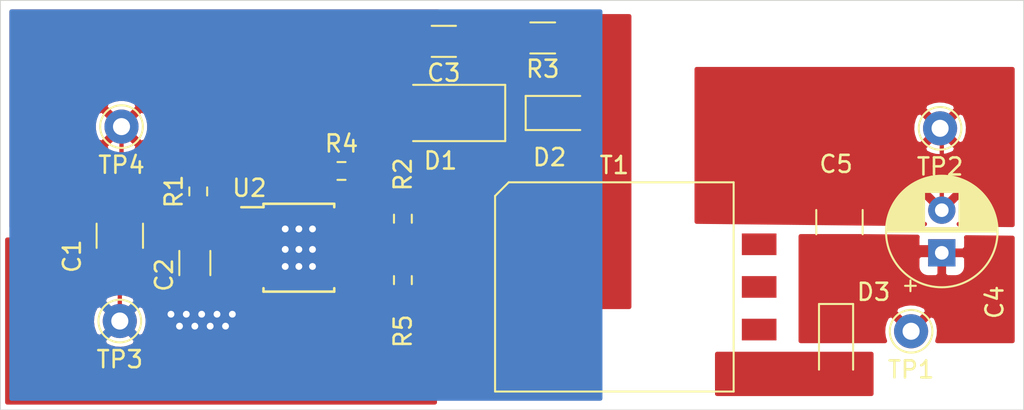
<source format=kicad_pcb>
(kicad_pcb (version 20171130) (host pcbnew 5.1.9+dfsg1-1)

  (general
    (thickness 1.6)
    (drawings 4)
    (tracks 104)
    (zones 0)
    (modules 19)
    (nets 14)
  )

  (page A4)
  (layers
    (0 F.Cu signal)
    (31 B.Cu signal)
    (32 B.Adhes user)
    (33 F.Adhes user)
    (34 B.Paste user)
    (35 F.Paste user)
    (36 B.SilkS user)
    (37 F.SilkS user)
    (38 B.Mask user)
    (39 F.Mask user)
    (40 Dwgs.User user hide)
    (41 Cmts.User user)
    (42 Eco1.User user)
    (43 Eco2.User user)
    (44 Edge.Cuts user)
    (45 Margin user)
    (46 B.CrtYd user)
    (47 F.CrtYd user)
    (48 B.Fab user)
    (49 F.Fab user hide)
  )

  (setup
    (last_trace_width 0.25)
    (trace_clearance 0.2)
    (zone_clearance 0.5)
    (zone_45_only no)
    (trace_min 0.2)
    (via_size 0.8)
    (via_drill 0.4)
    (via_min_size 0.4)
    (via_min_drill 0.3)
    (uvia_size 0.3)
    (uvia_drill 0.1)
    (uvias_allowed no)
    (uvia_min_size 0.2)
    (uvia_min_drill 0.1)
    (edge_width 0.05)
    (segment_width 0.2)
    (pcb_text_width 0.3)
    (pcb_text_size 1.5 1.5)
    (mod_edge_width 0.12)
    (mod_text_size 1 1)
    (mod_text_width 0.15)
    (pad_size 1.524 1.524)
    (pad_drill 0.762)
    (pad_to_mask_clearance 0)
    (aux_axis_origin 0 0)
    (visible_elements FFFFFF7F)
    (pcbplotparams
      (layerselection 0x010fc_ffffffff)
      (usegerberextensions false)
      (usegerberattributes true)
      (usegerberadvancedattributes true)
      (creategerberjobfile true)
      (excludeedgelayer true)
      (linewidth 0.100000)
      (plotframeref false)
      (viasonmask false)
      (mode 1)
      (useauxorigin false)
      (hpglpennumber 1)
      (hpglpenspeed 20)
      (hpglpendiameter 15.000000)
      (psnegative false)
      (psa4output false)
      (plotreference true)
      (plotvalue true)
      (plotinvisibletext false)
      (padsonsilk false)
      (subtractmaskfromsilk false)
      (outputformat 1)
      (mirror false)
      (drillshape 0)
      (scaleselection 1)
      (outputdirectory "fab/"))
  )

  (net 0 "")
  (net 1 GND)
  (net 2 /VIN)
  (net 3 "Net-(C2-Pad1)")
  (net 4 "Net-(C3-Pad1)")
  (net 5 /VOUT_N)
  (net 6 /VOUT_P)
  (net 7 "Net-(D1-Pad1)")
  (net 8 "Net-(D2-Pad2)")
  (net 9 "Net-(D3-Pad2)")
  (net 10 /HV_EN)
  (net 11 "Net-(R2-Pad2)")
  (net 12 "Net-(R2-Pad1)")
  (net 13 "Net-(R5-Pad2)")

  (net_class Default "This is the default net class."
    (clearance 0.2)
    (trace_width 0.25)
    (via_dia 0.8)
    (via_drill 0.4)
    (uvia_dia 0.3)
    (uvia_drill 0.1)
    (add_net /HV_EN)
    (add_net /VIN)
    (add_net /VOUT_N)
    (add_net /VOUT_P)
    (add_net GND)
    (add_net "Net-(C2-Pad1)")
    (add_net "Net-(C3-Pad1)")
    (add_net "Net-(D1-Pad1)")
    (add_net "Net-(D2-Pad2)")
    (add_net "Net-(D3-Pad2)")
    (add_net "Net-(R2-Pad1)")
    (add_net "Net-(R2-Pad2)")
    (add_net "Net-(R5-Pad2)")
  )

  (module Capacitor_SMD:C_1206_3216Metric (layer F.Cu) (tedit 5F68FEEE) (tstamp 603C0189)
    (at 161.4 41.4 270)
    (descr "Capacitor SMD 1206 (3216 Metric), square (rectangular) end terminal, IPC_7351 nominal, (Body size source: IPC-SM-782 page 76, https://www.pcb-3d.com/wordpress/wp-content/uploads/ipc-sm-782a_amendment_1_and_2.pdf), generated with kicad-footprint-generator")
    (tags capacitor)
    (path /5FA47FE1)
    (attr smd)
    (fp_text reference C2 (at 0.7 1.8 90) (layer F.SilkS)
      (effects (font (size 1 1) (thickness 0.15)))
    )
    (fp_text value 1u (at 0 1.85 90) (layer F.Fab)
      (effects (font (size 1 1) (thickness 0.15)))
    )
    (fp_text user %R (at 0 0 90) (layer F.Fab)
      (effects (font (size 0.8 0.8) (thickness 0.12)))
    )
    (fp_line (start -1.6 0.8) (end -1.6 -0.8) (layer F.Fab) (width 0.1))
    (fp_line (start -1.6 -0.8) (end 1.6 -0.8) (layer F.Fab) (width 0.1))
    (fp_line (start 1.6 -0.8) (end 1.6 0.8) (layer F.Fab) (width 0.1))
    (fp_line (start 1.6 0.8) (end -1.6 0.8) (layer F.Fab) (width 0.1))
    (fp_line (start -0.711252 -0.91) (end 0.711252 -0.91) (layer F.SilkS) (width 0.12))
    (fp_line (start -0.711252 0.91) (end 0.711252 0.91) (layer F.SilkS) (width 0.12))
    (fp_line (start -2.3 1.15) (end -2.3 -1.15) (layer F.CrtYd) (width 0.05))
    (fp_line (start -2.3 -1.15) (end 2.3 -1.15) (layer F.CrtYd) (width 0.05))
    (fp_line (start 2.3 -1.15) (end 2.3 1.15) (layer F.CrtYd) (width 0.05))
    (fp_line (start 2.3 1.15) (end -2.3 1.15) (layer F.CrtYd) (width 0.05))
    (pad 2 smd roundrect (at 1.475 0 270) (size 1.15 1.8) (layers F.Cu F.Paste F.Mask) (roundrect_rratio 0.2173904347826087)
      (net 1 GND))
    (pad 1 smd roundrect (at -1.475 0 270) (size 1.15 1.8) (layers F.Cu F.Paste F.Mask) (roundrect_rratio 0.2173904347826087)
      (net 3 "Net-(C2-Pad1)"))
    (model ${KISYS3DMOD}/Capacitor_SMD.3dshapes/C_1206_3216Metric.wrl
      (at (xyz 0 0 0))
      (scale (xyz 1 1 1))
      (rotate (xyz 0 0 0))
    )
  )

  (module Connector_Pin:Pin_D1.0mm_L10.0mm (layer F.Cu) (tedit 5A1DC084) (tstamp 603BFC76)
    (at 157.1 33.4)
    (descr "solder Pin_ diameter 1.0mm, hole diameter 1.0mm (press fit), length 10.0mm")
    (tags "solder Pin_ press fit")
    (path /603F3EF3)
    (fp_text reference TP4 (at 0 2.25) (layer F.SilkS)
      (effects (font (size 1 1) (thickness 0.15)))
    )
    (fp_text value TestPoint (at 0 -2.05) (layer F.Fab)
      (effects (font (size 1 1) (thickness 0.15)))
    )
    (fp_text user %R (at 0 2.25) (layer F.Fab)
      (effects (font (size 1 1) (thickness 0.15)))
    )
    (fp_circle (center 0 0) (end 1.5 0) (layer F.CrtYd) (width 0.05))
    (fp_circle (center 0 0) (end 0.5 0) (layer F.Fab) (width 0.12))
    (fp_circle (center 0 0) (end 1 0) (layer F.Fab) (width 0.12))
    (fp_circle (center 0 0) (end 1.25 0.05) (layer F.SilkS) (width 0.12))
    (pad 1 thru_hole circle (at 0 0) (size 2 2) (drill 1) (layers *.Cu *.Mask)
      (net 2 /VIN))
    (model ${KISYS3DMOD}/Connector_Pin.3dshapes/Pin_D1.0mm_L10.0mm.wrl
      (at (xyz 0 0 0))
      (scale (xyz 1 1 1))
      (rotate (xyz 0 0 0))
    )
  )

  (module Connector_Pin:Pin_D1.0mm_L10.0mm (layer F.Cu) (tedit 5A1DC084) (tstamp 603BFC6C)
    (at 157 44.8)
    (descr "solder Pin_ diameter 1.0mm, hole diameter 1.0mm (press fit), length 10.0mm")
    (tags "solder Pin_ press fit")
    (path /603F4955)
    (fp_text reference TP3 (at 0 2.25) (layer F.SilkS)
      (effects (font (size 1 1) (thickness 0.15)))
    )
    (fp_text value TestPoint (at 0 -2.05) (layer F.Fab)
      (effects (font (size 1 1) (thickness 0.15)))
    )
    (fp_text user %R (at 0 2.25) (layer F.Fab)
      (effects (font (size 1 1) (thickness 0.15)))
    )
    (fp_circle (center 0 0) (end 1.5 0) (layer F.CrtYd) (width 0.05))
    (fp_circle (center 0 0) (end 0.5 0) (layer F.Fab) (width 0.12))
    (fp_circle (center 0 0) (end 1 0) (layer F.Fab) (width 0.12))
    (fp_circle (center 0 0) (end 1.25 0.05) (layer F.SilkS) (width 0.12))
    (pad 1 thru_hole circle (at 0 0) (size 2 2) (drill 1) (layers *.Cu *.Mask)
      (net 1 GND))
    (model ${KISYS3DMOD}/Connector_Pin.3dshapes/Pin_D1.0mm_L10.0mm.wrl
      (at (xyz 0 0 0))
      (scale (xyz 1 1 1))
      (rotate (xyz 0 0 0))
    )
  )

  (module Resistor_SMD:R_1206_3216Metric (layer F.Cu) (tedit 5F68FEEE) (tstamp 603BFBD2)
    (at 181.8 28.2 180)
    (descr "Resistor SMD 1206 (3216 Metric), square (rectangular) end terminal, IPC_7351 nominal, (Body size source: IPC-SM-782 page 72, https://www.pcb-3d.com/wordpress/wp-content/uploads/ipc-sm-782a_amendment_1_and_2.pdf), generated with kicad-footprint-generator")
    (tags resistor)
    (path /5FA47FF5)
    (attr smd)
    (fp_text reference R3 (at 0 -1.82) (layer F.SilkS)
      (effects (font (size 1 1) (thickness 0.15)))
    )
    (fp_text value 200R (at 0 1.82) (layer F.Fab)
      (effects (font (size 1 1) (thickness 0.15)))
    )
    (fp_text user %R (at 0 0) (layer F.Fab)
      (effects (font (size 0.8 0.8) (thickness 0.12)))
    )
    (fp_line (start -1.6 0.8) (end -1.6 -0.8) (layer F.Fab) (width 0.1))
    (fp_line (start -1.6 -0.8) (end 1.6 -0.8) (layer F.Fab) (width 0.1))
    (fp_line (start 1.6 -0.8) (end 1.6 0.8) (layer F.Fab) (width 0.1))
    (fp_line (start 1.6 0.8) (end -1.6 0.8) (layer F.Fab) (width 0.1))
    (fp_line (start -0.727064 -0.91) (end 0.727064 -0.91) (layer F.SilkS) (width 0.12))
    (fp_line (start -0.727064 0.91) (end 0.727064 0.91) (layer F.SilkS) (width 0.12))
    (fp_line (start -2.28 1.12) (end -2.28 -1.12) (layer F.CrtYd) (width 0.05))
    (fp_line (start -2.28 -1.12) (end 2.28 -1.12) (layer F.CrtYd) (width 0.05))
    (fp_line (start 2.28 -1.12) (end 2.28 1.12) (layer F.CrtYd) (width 0.05))
    (fp_line (start 2.28 1.12) (end -2.28 1.12) (layer F.CrtYd) (width 0.05))
    (pad 2 smd roundrect (at 1.4625 0 180) (size 1.125 1.75) (layers F.Cu F.Paste F.Mask) (roundrect_rratio 0.2222213333333333)
      (net 4 "Net-(C3-Pad1)"))
    (pad 1 smd roundrect (at -1.4625 0 180) (size 1.125 1.75) (layers F.Cu F.Paste F.Mask) (roundrect_rratio 0.2222213333333333)
      (net 8 "Net-(D2-Pad2)"))
    (model ${KISYS3DMOD}/Resistor_SMD.3dshapes/R_1206_3216Metric.wrl
      (at (xyz 0 0 0))
      (scale (xyz 1 1 1))
      (rotate (xyz 0 0 0))
    )
  )

  (module Capacitor_SMD:C_1206_3216Metric (layer F.Cu) (tedit 5F68FEEE) (tstamp 603BF9AD)
    (at 176 28.4 180)
    (descr "Capacitor SMD 1206 (3216 Metric), square (rectangular) end terminal, IPC_7351 nominal, (Body size source: IPC-SM-782 page 76, https://www.pcb-3d.com/wordpress/wp-content/uploads/ipc-sm-782a_amendment_1_and_2.pdf), generated with kicad-footprint-generator")
    (tags capacitor)
    (path /5FA47FEF)
    (attr smd)
    (fp_text reference C3 (at 0 -1.85) (layer F.SilkS)
      (effects (font (size 1 1) (thickness 0.15)))
    )
    (fp_text value 270p (at 0 1.85) (layer F.Fab)
      (effects (font (size 1 1) (thickness 0.15)))
    )
    (fp_text user %R (at 0 0) (layer F.Fab)
      (effects (font (size 0.8 0.8) (thickness 0.12)))
    )
    (fp_line (start -1.6 0.8) (end -1.6 -0.8) (layer F.Fab) (width 0.1))
    (fp_line (start -1.6 -0.8) (end 1.6 -0.8) (layer F.Fab) (width 0.1))
    (fp_line (start 1.6 -0.8) (end 1.6 0.8) (layer F.Fab) (width 0.1))
    (fp_line (start 1.6 0.8) (end -1.6 0.8) (layer F.Fab) (width 0.1))
    (fp_line (start -0.711252 -0.91) (end 0.711252 -0.91) (layer F.SilkS) (width 0.12))
    (fp_line (start -0.711252 0.91) (end 0.711252 0.91) (layer F.SilkS) (width 0.12))
    (fp_line (start -2.3 1.15) (end -2.3 -1.15) (layer F.CrtYd) (width 0.05))
    (fp_line (start -2.3 -1.15) (end 2.3 -1.15) (layer F.CrtYd) (width 0.05))
    (fp_line (start 2.3 -1.15) (end 2.3 1.15) (layer F.CrtYd) (width 0.05))
    (fp_line (start 2.3 1.15) (end -2.3 1.15) (layer F.CrtYd) (width 0.05))
    (pad 2 smd roundrect (at 1.475 0 180) (size 1.15 1.8) (layers F.Cu F.Paste F.Mask) (roundrect_rratio 0.2173904347826087)
      (net 2 /VIN))
    (pad 1 smd roundrect (at -1.475 0 180) (size 1.15 1.8) (layers F.Cu F.Paste F.Mask) (roundrect_rratio 0.2173904347826087)
      (net 4 "Net-(C3-Pad1)"))
    (model ${KISYS3DMOD}/Capacitor_SMD.3dshapes/C_1206_3216Metric.wrl
      (at (xyz 0 0 0))
      (scale (xyz 1 1 1))
      (rotate (xyz 0 0 0))
    )
  )

  (module Capacitor_SMD:C_1210_3225Metric (layer F.Cu) (tedit 5F68FEEE) (tstamp 603BE604)
    (at 199.2 39 90)
    (descr "Capacitor SMD 1210 (3225 Metric), square (rectangular) end terminal, IPC_7351 nominal, (Body size source: IPC-SM-782 page 76, https://www.pcb-3d.com/wordpress/wp-content/uploads/ipc-sm-782a_amendment_1_and_2.pdf), generated with kicad-footprint-generator")
    (tags capacitor)
    (path /603EEC19)
    (attr smd)
    (fp_text reference C5 (at 3.4 -0.2 180) (layer F.SilkS)
      (effects (font (size 1 1) (thickness 0.15)))
    )
    (fp_text value .1u (at 0 2.3 90) (layer F.Fab)
      (effects (font (size 1 1) (thickness 0.15)))
    )
    (fp_text user %R (at 0 0 90) (layer F.Fab)
      (effects (font (size 0.8 0.8) (thickness 0.12)))
    )
    (fp_line (start -1.6 1.25) (end -1.6 -1.25) (layer F.Fab) (width 0.1))
    (fp_line (start -1.6 -1.25) (end 1.6 -1.25) (layer F.Fab) (width 0.1))
    (fp_line (start 1.6 -1.25) (end 1.6 1.25) (layer F.Fab) (width 0.1))
    (fp_line (start 1.6 1.25) (end -1.6 1.25) (layer F.Fab) (width 0.1))
    (fp_line (start -0.711252 -1.36) (end 0.711252 -1.36) (layer F.SilkS) (width 0.12))
    (fp_line (start -0.711252 1.36) (end 0.711252 1.36) (layer F.SilkS) (width 0.12))
    (fp_line (start -2.3 1.6) (end -2.3 -1.6) (layer F.CrtYd) (width 0.05))
    (fp_line (start -2.3 -1.6) (end 2.3 -1.6) (layer F.CrtYd) (width 0.05))
    (fp_line (start 2.3 -1.6) (end 2.3 1.6) (layer F.CrtYd) (width 0.05))
    (fp_line (start 2.3 1.6) (end -2.3 1.6) (layer F.CrtYd) (width 0.05))
    (pad 2 smd roundrect (at 1.475 0 90) (size 1.15 2.7) (layers F.Cu F.Paste F.Mask) (roundrect_rratio 0.2173904347826087)
      (net 5 /VOUT_N))
    (pad 1 smd roundrect (at -1.475 0 90) (size 1.15 2.7) (layers F.Cu F.Paste F.Mask) (roundrect_rratio 0.2173904347826087)
      (net 6 /VOUT_P))
    (model ${KISYS3DMOD}/Capacitor_SMD.3dshapes/C_1210_3225Metric.wrl
      (at (xyz 0 0 0))
      (scale (xyz 1 1 1))
      (rotate (xyz 0 0 0))
    )
  )

  (module coin-trunker:SUMIDA-S-074-1511 (layer F.Cu) (tedit 5FAF75F7) (tstamp 603BC67B)
    (at 186 42.8 270)
    (descr "Sumida 10-pin SMT transformer")
    (path /5FE539A6)
    (attr smd)
    (fp_text reference T1 (at -7.135 0) (layer F.SilkS)
      (effects (font (size 1 1) (thickness 0.15)))
    )
    (fp_text value Sumida-13324-TO86 (at 0 0 90) (layer F.Fab)
      (effects (font (size 1 1) (thickness 0.15)))
    )
    (fp_line (start -5.335 6.995) (end -6.135 6.195) (layer F.SilkS) (width 0.12))
    (fp_line (start -6.135 6.195) (end -6.135 -6.995) (layer F.SilkS) (width 0.12))
    (fp_line (start -6.135 -6.995) (end 6.135 -6.995) (layer F.SilkS) (width 0.12))
    (fp_line (start 6.135 -6.995) (end 6.135 6.995) (layer F.SilkS) (width 0.12))
    (fp_line (start 6.135 6.995) (end -5.335 6.995) (layer F.SilkS) (width 0.12))
    (fp_line (start -5.89 -9.77) (end 5.89 -9.77) (layer F.CrtYd) (width 0.05))
    (fp_line (start 5.89 -9.77) (end 5.89 9.77) (layer F.CrtYd) (width 0.05))
    (fp_line (start 5.89 9.77) (end -5.89 9.77) (layer F.CrtYd) (width 0.05))
    (fp_line (start -5.89 9.77) (end -5.89 -9.77) (layer F.CrtYd) (width 0.05))
    (pad 5 smd rect (at -5 8.49 90) (size 1.27 2.029999) (layers F.Cu F.Paste F.Mask)
      (net 2 /VIN))
    (pad 6 smd rect (at -5 -8.49 90) (size 1.27 2.029999) (layers F.Cu F.Paste F.Mask)
      (net 5 /VOUT_N))
    (pad 4 smd rect (at -2.5 8.49 90) (size 1.27 2.029999) (layers F.Cu F.Paste F.Mask))
    (pad 7 smd rect (at -2.5 -8.49 90) (size 1.27 2.029999) (layers F.Cu F.Paste F.Mask))
    (pad 3 smd rect (at 0 8.49 90) (size 1.27 2.029999) (layers F.Cu F.Paste F.Mask)
      (net 8 "Net-(D2-Pad2)"))
    (pad 8 smd rect (at 0 -8.49 90) (size 1.27 2.029999) (layers F.Cu F.Paste F.Mask))
    (pad 2 smd rect (at 2.5 8.49 90) (size 1.27 2.029999) (layers F.Cu F.Paste F.Mask))
    (pad 9 smd rect (at 2.5 -8.49 90) (size 1.27 2.029999) (layers F.Cu F.Paste F.Mask))
    (pad 1 smd rect (at 5 8.49 90) (size 1.27 2.029999) (layers F.Cu F.Paste F.Mask))
    (pad 10 smd rect (at 5 -8.49 90) (size 1.27 2.029999) (layers F.Cu F.Paste F.Mask)
      (net 9 "Net-(D3-Pad2)"))
  )

  (module Resistor_SMD:R_0603_1608Metric (layer F.Cu) (tedit 5F68FEEE) (tstamp 603BCEC8)
    (at 170 36)
    (descr "Resistor SMD 0603 (1608 Metric), square (rectangular) end terminal, IPC_7351 nominal, (Body size source: IPC-SM-782 page 72, https://www.pcb-3d.com/wordpress/wp-content/uploads/ipc-sm-782a_amendment_1_and_2.pdf), generated with kicad-footprint-generator")
    (tags resistor)
    (path /5FA47FA3)
    (attr smd)
    (fp_text reference R4 (at 0 -1.6) (layer F.SilkS)
      (effects (font (size 1 1) (thickness 0.15)))
    )
    (fp_text value 10k (at 0 1.43) (layer F.Fab)
      (effects (font (size 1 1) (thickness 0.15)))
    )
    (fp_text user %R (at 0 0) (layer F.Fab)
      (effects (font (size 0.4 0.4) (thickness 0.06)))
    )
    (fp_line (start -0.8 0.4125) (end -0.8 -0.4125) (layer F.Fab) (width 0.1))
    (fp_line (start -0.8 -0.4125) (end 0.8 -0.4125) (layer F.Fab) (width 0.1))
    (fp_line (start 0.8 -0.4125) (end 0.8 0.4125) (layer F.Fab) (width 0.1))
    (fp_line (start 0.8 0.4125) (end -0.8 0.4125) (layer F.Fab) (width 0.1))
    (fp_line (start -0.237258 -0.5225) (end 0.237258 -0.5225) (layer F.SilkS) (width 0.12))
    (fp_line (start -0.237258 0.5225) (end 0.237258 0.5225) (layer F.SilkS) (width 0.12))
    (fp_line (start -1.48 0.73) (end -1.48 -0.73) (layer F.CrtYd) (width 0.05))
    (fp_line (start -1.48 -0.73) (end 1.48 -0.73) (layer F.CrtYd) (width 0.05))
    (fp_line (start 1.48 -0.73) (end 1.48 0.73) (layer F.CrtYd) (width 0.05))
    (fp_line (start 1.48 0.73) (end -1.48 0.73) (layer F.CrtYd) (width 0.05))
    (pad 2 smd roundrect (at 0.825 0) (size 0.8 0.95) (layers F.Cu F.Paste F.Mask) (roundrect_rratio 0.25)
      (net 11 "Net-(R2-Pad2)"))
    (pad 1 smd roundrect (at -0.825 0) (size 0.8 0.95) (layers F.Cu F.Paste F.Mask) (roundrect_rratio 0.25)
      (net 1 GND))
    (model ${KISYS3DMOD}/Resistor_SMD.3dshapes/R_0603_1608Metric.wrl
      (at (xyz 0 0 0))
      (scale (xyz 1 1 1))
      (rotate (xyz 0 0 0))
    )
  )

  (module Package_SO:TI_SO-PowerPAD-8 (layer F.Cu) (tedit 5A02F2D3) (tstamp 603BC400)
    (at 167.5 40.5)
    (descr "8-Lead Plastic PSOP, Exposed Die Pad (TI DDA0008B, see http://www.ti.com/lit/ds/symlink/lm3404.pdf)")
    (tags "SSOP 0.50 exposed pad")
    (path /5FDBECF1)
    (attr smd)
    (fp_text reference U2 (at -2.9 -3.5) (layer F.SilkS)
      (effects (font (size 1 1) (thickness 0.15)))
    )
    (fp_text value LT8304 (at 0 3.4) (layer F.Fab)
      (effects (font (size 1 1) (thickness 0.15)))
    )
    (fp_text user %R (at 0 0) (layer F.Fab)
      (effects (font (size 1 1) (thickness 0.15)))
    )
    (fp_line (start -0.95 -2.45) (end 1.95 -2.45) (layer F.Fab) (width 0.15))
    (fp_line (start 1.95 -2.45) (end 1.95 2.45) (layer F.Fab) (width 0.15))
    (fp_line (start 1.95 2.45) (end -1.95 2.45) (layer F.Fab) (width 0.15))
    (fp_line (start -1.95 2.45) (end -1.95 -1.45) (layer F.Fab) (width 0.15))
    (fp_line (start -1.95 -1.45) (end -0.95 -2.45) (layer F.Fab) (width 0.15))
    (fp_line (start -4 -2.7) (end -4 2.7) (layer F.CrtYd) (width 0.05))
    (fp_line (start 4 -2.7) (end 4 2.7) (layer F.CrtYd) (width 0.05))
    (fp_line (start -4 -2.7) (end 4 -2.7) (layer F.CrtYd) (width 0.05))
    (fp_line (start -4 2.7) (end 4 2.7) (layer F.CrtYd) (width 0.05))
    (fp_line (start -2.075 -2.575) (end -2.075 -2.375) (layer F.SilkS) (width 0.15))
    (fp_line (start 2.075 -2.575) (end 2.075 -2.375) (layer F.SilkS) (width 0.15))
    (fp_line (start 2.075 2.575) (end 2.075 2.375) (layer F.SilkS) (width 0.15))
    (fp_line (start -2.075 2.575) (end -2.075 2.375) (layer F.SilkS) (width 0.15))
    (fp_line (start -2.075 -2.575) (end 2.075 -2.575) (layer F.SilkS) (width 0.15))
    (fp_line (start -2.075 2.575) (end 2.075 2.575) (layer F.SilkS) (width 0.15))
    (fp_line (start -2.075 -2.375) (end -3.375 -2.375) (layer F.SilkS) (width 0.15))
    (pad 9 smd rect (at -0.6025 -0.775) (size 1.205 1.55) (layers F.Cu F.Paste F.Mask)
      (net 1 GND) (solder_paste_margin_ratio -0.2))
    (pad 9 smd rect (at -0.6025 0.775) (size 1.205 1.55) (layers F.Cu F.Paste F.Mask)
      (net 1 GND) (solder_paste_margin_ratio -0.2))
    (pad 9 smd rect (at 0.6025 -0.775) (size 1.205 1.55) (layers F.Cu F.Paste F.Mask)
      (net 1 GND) (solder_paste_margin_ratio -0.2))
    (pad 9 smd rect (at 0.6025 0.775) (size 1.205 1.55) (layers F.Cu F.Paste F.Mask)
      (net 1 GND) (solder_paste_margin_ratio -0.2))
    (pad 8 smd rect (at 2.78 -1.905) (size 1.91 0.61) (layers F.Cu F.Paste F.Mask)
      (net 12 "Net-(R2-Pad1)"))
    (pad 7 smd rect (at 2.78 -0.635) (size 1.91 0.61) (layers F.Cu F.Paste F.Mask)
      (net 11 "Net-(R2-Pad2)"))
    (pad 6 smd rect (at 2.78 0.635) (size 1.91 0.61) (layers F.Cu F.Paste F.Mask)
      (net 13 "Net-(R5-Pad2)"))
    (pad 5 smd rect (at 2.78 1.905) (size 1.91 0.61) (layers F.Cu F.Paste F.Mask)
      (net 8 "Net-(D2-Pad2)"))
    (pad 4 smd rect (at -2.78 1.905) (size 1.91 0.61) (layers F.Cu F.Paste F.Mask)
      (net 1 GND))
    (pad 3 smd rect (at -2.78 0.635) (size 1.91 0.61) (layers F.Cu F.Paste F.Mask)
      (net 2 /VIN))
    (pad 2 smd rect (at -2.78 -0.635) (size 1.91 0.61) (layers F.Cu F.Paste F.Mask)
      (net 3 "Net-(C2-Pad1)"))
    (pad 1 smd rect (at -2.78 -1.905) (size 1.91 0.61) (layers F.Cu F.Paste F.Mask)
      (net 10 /HV_EN))
    (model ${KISYS3DMOD}/Package_SO.3dshapes/TI_SO-PowerPAD-8.wrl
      (at (xyz 0 0 0))
      (scale (xyz 1 1 1))
      (rotate (xyz 0 0 0))
    )
  )

  (module Connector_Pin:Pin_D1.0mm_L10.0mm (layer F.Cu) (tedit 5A1DC084) (tstamp 603B04AE)
    (at 205.1 33.5)
    (descr "solder Pin_ diameter 1.0mm, hole diameter 1.0mm (press fit), length 10.0mm")
    (tags "solder Pin_ press fit")
    (path /5FD96635)
    (fp_text reference TP2 (at 0 2.25) (layer F.SilkS)
      (effects (font (size 1 1) (thickness 0.15)))
    )
    (fp_text value TestPoint (at 0 -2.05) (layer F.Fab)
      (effects (font (size 1 1) (thickness 0.15)))
    )
    (fp_text user %R (at 0 2.25) (layer F.Fab)
      (effects (font (size 1 1) (thickness 0.15)))
    )
    (fp_circle (center 0 0) (end 1.5 0) (layer F.CrtYd) (width 0.05))
    (fp_circle (center 0 0) (end 0.5 0) (layer F.Fab) (width 0.12))
    (fp_circle (center 0 0) (end 1 0) (layer F.Fab) (width 0.12))
    (fp_circle (center 0 0) (end 1.25 0.05) (layer F.SilkS) (width 0.12))
    (pad 1 thru_hole circle (at 0 0) (size 2 2) (drill 1) (layers *.Cu *.Mask)
      (net 5 /VOUT_N))
    (model ${KISYS3DMOD}/Connector_Pin.3dshapes/Pin_D1.0mm_L10.0mm.wrl
      (at (xyz 0 0 0))
      (scale (xyz 1 1 1))
      (rotate (xyz 0 0 0))
    )
  )

  (module Connector_Pin:Pin_D1.0mm_L10.0mm (layer F.Cu) (tedit 5A1DC084) (tstamp 603B04A4)
    (at 203.4 45.4)
    (descr "solder Pin_ diameter 1.0mm, hole diameter 1.0mm (press fit), length 10.0mm")
    (tags "solder Pin_ press fit")
    (path /5FD94D5D)
    (fp_text reference TP1 (at 0 2.25) (layer F.SilkS)
      (effects (font (size 1 1) (thickness 0.15)))
    )
    (fp_text value TestPoint (at 0 -2.05) (layer F.Fab)
      (effects (font (size 1 1) (thickness 0.15)))
    )
    (fp_text user %R (at 0 2.25) (layer F.Fab)
      (effects (font (size 1 1) (thickness 0.15)))
    )
    (fp_circle (center 0 0) (end 1.5 0) (layer F.CrtYd) (width 0.05))
    (fp_circle (center 0 0) (end 0.5 0) (layer F.Fab) (width 0.12))
    (fp_circle (center 0 0) (end 1 0) (layer F.Fab) (width 0.12))
    (fp_circle (center 0 0) (end 1.25 0.05) (layer F.SilkS) (width 0.12))
    (pad 1 thru_hole circle (at 0 0) (size 2 2) (drill 1) (layers *.Cu *.Mask)
      (net 6 /VOUT_P))
    (model ${KISYS3DMOD}/Connector_Pin.3dshapes/Pin_D1.0mm_L10.0mm.wrl
      (at (xyz 0 0 0))
      (scale (xyz 1 1 1))
      (rotate (xyz 0 0 0))
    )
  )

  (module Resistor_SMD:R_0603_1608Metric (layer F.Cu) (tedit 5F68FEEE) (tstamp 603BC544)
    (at 173.6 42.4 90)
    (descr "Resistor SMD 0603 (1608 Metric), square (rectangular) end terminal, IPC_7351 nominal, (Body size source: IPC-SM-782 page 72, https://www.pcb-3d.com/wordpress/wp-content/uploads/ipc-sm-782a_amendment_1_and_2.pdf), generated with kicad-footprint-generator")
    (tags resistor)
    (path /5FA47F9D)
    (attr smd)
    (fp_text reference R5 (at -3 0 90) (layer F.SilkS)
      (effects (font (size 1 1) (thickness 0.15)))
    )
    (fp_text value 200k (at 0 1.43 90) (layer F.Fab)
      (effects (font (size 1 1) (thickness 0.15)))
    )
    (fp_text user %R (at 0 0 90) (layer F.Fab)
      (effects (font (size 0.4 0.4) (thickness 0.06)))
    )
    (fp_line (start -0.8 0.4125) (end -0.8 -0.4125) (layer F.Fab) (width 0.1))
    (fp_line (start -0.8 -0.4125) (end 0.8 -0.4125) (layer F.Fab) (width 0.1))
    (fp_line (start 0.8 -0.4125) (end 0.8 0.4125) (layer F.Fab) (width 0.1))
    (fp_line (start 0.8 0.4125) (end -0.8 0.4125) (layer F.Fab) (width 0.1))
    (fp_line (start -0.237258 -0.5225) (end 0.237258 -0.5225) (layer F.SilkS) (width 0.12))
    (fp_line (start -0.237258 0.5225) (end 0.237258 0.5225) (layer F.SilkS) (width 0.12))
    (fp_line (start -1.48 0.73) (end -1.48 -0.73) (layer F.CrtYd) (width 0.05))
    (fp_line (start -1.48 -0.73) (end 1.48 -0.73) (layer F.CrtYd) (width 0.05))
    (fp_line (start 1.48 -0.73) (end 1.48 0.73) (layer F.CrtYd) (width 0.05))
    (fp_line (start 1.48 0.73) (end -1.48 0.73) (layer F.CrtYd) (width 0.05))
    (pad 2 smd roundrect (at 0.825 0 90) (size 0.8 0.95) (layers F.Cu F.Paste F.Mask) (roundrect_rratio 0.25)
      (net 13 "Net-(R5-Pad2)"))
    (pad 1 smd roundrect (at -0.825 0 90) (size 0.8 0.95) (layers F.Cu F.Paste F.Mask) (roundrect_rratio 0.25)
      (net 8 "Net-(D2-Pad2)"))
    (model ${KISYS3DMOD}/Resistor_SMD.3dshapes/R_0603_1608Metric.wrl
      (at (xyz 0 0 0))
      (scale (xyz 1 1 1))
      (rotate (xyz 0 0 0))
    )
  )

  (module Resistor_SMD:R_0603_1608Metric (layer F.Cu) (tedit 5F68FEEE) (tstamp 603BD031)
    (at 173.6 38.8 270)
    (descr "Resistor SMD 0603 (1608 Metric), square (rectangular) end terminal, IPC_7351 nominal, (Body size source: IPC-SM-782 page 72, https://www.pcb-3d.com/wordpress/wp-content/uploads/ipc-sm-782a_amendment_1_and_2.pdf), generated with kicad-footprint-generator")
    (tags resistor)
    (path /5FA47FA9)
    (attr smd)
    (fp_text reference R2 (at -2.6 0 90) (layer F.SilkS)
      (effects (font (size 1 1) (thickness 0.15)))
    )
    (fp_text value 100k (at 0 1.43 90) (layer F.Fab)
      (effects (font (size 1 1) (thickness 0.15)))
    )
    (fp_text user %R (at 0 0 90) (layer F.Fab)
      (effects (font (size 0.4 0.4) (thickness 0.06)))
    )
    (fp_line (start -0.8 0.4125) (end -0.8 -0.4125) (layer F.Fab) (width 0.1))
    (fp_line (start -0.8 -0.4125) (end 0.8 -0.4125) (layer F.Fab) (width 0.1))
    (fp_line (start 0.8 -0.4125) (end 0.8 0.4125) (layer F.Fab) (width 0.1))
    (fp_line (start 0.8 0.4125) (end -0.8 0.4125) (layer F.Fab) (width 0.1))
    (fp_line (start -0.237258 -0.5225) (end 0.237258 -0.5225) (layer F.SilkS) (width 0.12))
    (fp_line (start -0.237258 0.5225) (end 0.237258 0.5225) (layer F.SilkS) (width 0.12))
    (fp_line (start -1.48 0.73) (end -1.48 -0.73) (layer F.CrtYd) (width 0.05))
    (fp_line (start -1.48 -0.73) (end 1.48 -0.73) (layer F.CrtYd) (width 0.05))
    (fp_line (start 1.48 -0.73) (end 1.48 0.73) (layer F.CrtYd) (width 0.05))
    (fp_line (start 1.48 0.73) (end -1.48 0.73) (layer F.CrtYd) (width 0.05))
    (pad 2 smd roundrect (at 0.825 0 270) (size 0.8 0.95) (layers F.Cu F.Paste F.Mask) (roundrect_rratio 0.25)
      (net 11 "Net-(R2-Pad2)"))
    (pad 1 smd roundrect (at -0.825 0 270) (size 0.8 0.95) (layers F.Cu F.Paste F.Mask) (roundrect_rratio 0.25)
      (net 12 "Net-(R2-Pad1)"))
    (model ${KISYS3DMOD}/Resistor_SMD.3dshapes/R_0603_1608Metric.wrl
      (at (xyz 0 0 0))
      (scale (xyz 1 1 1))
      (rotate (xyz 0 0 0))
    )
  )

  (module Resistor_SMD:R_0603_1608Metric (layer F.Cu) (tedit 5F68FEEE) (tstamp 603B0408)
    (at 161.6 37.2 90)
    (descr "Resistor SMD 0603 (1608 Metric), square (rectangular) end terminal, IPC_7351 nominal, (Body size source: IPC-SM-782 page 72, https://www.pcb-3d.com/wordpress/wp-content/uploads/ipc-sm-782a_amendment_1_and_2.pdf), generated with kicad-footprint-generator")
    (tags resistor)
    (path /5FA48023)
    (attr smd)
    (fp_text reference R1 (at 0 -1.43 90) (layer F.SilkS)
      (effects (font (size 1 1) (thickness 0.15)))
    )
    (fp_text value 10k (at 0 1.43 90) (layer F.Fab)
      (effects (font (size 1 1) (thickness 0.15)))
    )
    (fp_text user %R (at 0 0 90) (layer F.Fab)
      (effects (font (size 0.4 0.4) (thickness 0.06)))
    )
    (fp_line (start -0.8 0.4125) (end -0.8 -0.4125) (layer F.Fab) (width 0.1))
    (fp_line (start -0.8 -0.4125) (end 0.8 -0.4125) (layer F.Fab) (width 0.1))
    (fp_line (start 0.8 -0.4125) (end 0.8 0.4125) (layer F.Fab) (width 0.1))
    (fp_line (start 0.8 0.4125) (end -0.8 0.4125) (layer F.Fab) (width 0.1))
    (fp_line (start -0.237258 -0.5225) (end 0.237258 -0.5225) (layer F.SilkS) (width 0.12))
    (fp_line (start -0.237258 0.5225) (end 0.237258 0.5225) (layer F.SilkS) (width 0.12))
    (fp_line (start -1.48 0.73) (end -1.48 -0.73) (layer F.CrtYd) (width 0.05))
    (fp_line (start -1.48 -0.73) (end 1.48 -0.73) (layer F.CrtYd) (width 0.05))
    (fp_line (start 1.48 -0.73) (end 1.48 0.73) (layer F.CrtYd) (width 0.05))
    (fp_line (start 1.48 0.73) (end -1.48 0.73) (layer F.CrtYd) (width 0.05))
    (pad 2 smd roundrect (at 0.825 0 90) (size 0.8 0.95) (layers F.Cu F.Paste F.Mask) (roundrect_rratio 0.25)
      (net 2 /VIN))
    (pad 1 smd roundrect (at -0.825 0 90) (size 0.8 0.95) (layers F.Cu F.Paste F.Mask) (roundrect_rratio 0.25)
      (net 10 /HV_EN))
    (model ${KISYS3DMOD}/Resistor_SMD.3dshapes/R_0603_1608Metric.wrl
      (at (xyz 0 0 0))
      (scale (xyz 1 1 1))
      (rotate (xyz 0 0 0))
    )
  )

  (module Diode_SMD:D_SOD-123F (layer F.Cu) (tedit 587F7769) (tstamp 603B03F7)
    (at 199 46 270)
    (descr D_SOD-123F)
    (tags D_SOD-123F)
    (path /5FA47F8C)
    (attr smd)
    (fp_text reference D3 (at -2.9 -2.2 180) (layer F.SilkS)
      (effects (font (size 1 1) (thickness 0.15)))
    )
    (fp_text value " CMMR1U-06" (at 0 2.1 90) (layer F.Fab)
      (effects (font (size 1 1) (thickness 0.15)))
    )
    (fp_text user %R (at -0.127 -1.905 90) (layer F.Fab)
      (effects (font (size 1 1) (thickness 0.15)))
    )
    (fp_line (start -2.2 -1) (end -2.2 1) (layer F.SilkS) (width 0.12))
    (fp_line (start 0.25 0) (end 0.75 0) (layer F.Fab) (width 0.1))
    (fp_line (start 0.25 0.4) (end -0.35 0) (layer F.Fab) (width 0.1))
    (fp_line (start 0.25 -0.4) (end 0.25 0.4) (layer F.Fab) (width 0.1))
    (fp_line (start -0.35 0) (end 0.25 -0.4) (layer F.Fab) (width 0.1))
    (fp_line (start -0.35 0) (end -0.35 0.55) (layer F.Fab) (width 0.1))
    (fp_line (start -0.35 0) (end -0.35 -0.55) (layer F.Fab) (width 0.1))
    (fp_line (start -0.75 0) (end -0.35 0) (layer F.Fab) (width 0.1))
    (fp_line (start -1.4 0.9) (end -1.4 -0.9) (layer F.Fab) (width 0.1))
    (fp_line (start 1.4 0.9) (end -1.4 0.9) (layer F.Fab) (width 0.1))
    (fp_line (start 1.4 -0.9) (end 1.4 0.9) (layer F.Fab) (width 0.1))
    (fp_line (start -1.4 -0.9) (end 1.4 -0.9) (layer F.Fab) (width 0.1))
    (fp_line (start -2.2 -1.15) (end 2.2 -1.15) (layer F.CrtYd) (width 0.05))
    (fp_line (start 2.2 -1.15) (end 2.2 1.15) (layer F.CrtYd) (width 0.05))
    (fp_line (start 2.2 1.15) (end -2.2 1.15) (layer F.CrtYd) (width 0.05))
    (fp_line (start -2.2 -1.15) (end -2.2 1.15) (layer F.CrtYd) (width 0.05))
    (fp_line (start -2.2 1) (end 1.65 1) (layer F.SilkS) (width 0.12))
    (fp_line (start -2.2 -1) (end 1.65 -1) (layer F.SilkS) (width 0.12))
    (pad 2 smd rect (at 1.4 0 270) (size 1.1 1.1) (layers F.Cu F.Paste F.Mask)
      (net 9 "Net-(D3-Pad2)"))
    (pad 1 smd rect (at -1.4 0 270) (size 1.1 1.1) (layers F.Cu F.Paste F.Mask)
      (net 6 /VOUT_P))
    (model ${KISYS3DMOD}/Diode_SMD.3dshapes/D_SOD-123F.wrl
      (at (xyz 0 0 0))
      (scale (xyz 1 1 1))
      (rotate (xyz 0 0 0))
    )
  )

  (module Diode_SMD:D_PowerDI-123 (layer F.Cu) (tedit 588FC24C) (tstamp 603B03DE)
    (at 183 32.6)
    (descr http://www.diodes.com/_files/datasheets/ds30497.pdf)
    (tags "PowerDI diode vishay")
    (path /5FA4800E)
    (attr smd)
    (fp_text reference D2 (at -0.8 2.6) (layer F.SilkS)
      (effects (font (size 1 1) (thickness 0.15)))
    )
    (fp_text value DFLS1150-7 (at 0 2.5) (layer F.Fab)
      (effects (font (size 1 1) (thickness 0.15)))
    )
    (fp_text user %R (at 0 -2) (layer F.Fab)
      (effects (font (size 1 1) (thickness 0.15)))
    )
    (fp_line (start 0.3 0) (end 0.7 0) (layer F.Fab) (width 0.1))
    (fp_line (start 0.3 -0.5) (end -0.5 0) (layer F.Fab) (width 0.1))
    (fp_line (start 0.3 0.5) (end 0.3 -0.5) (layer F.Fab) (width 0.1))
    (fp_line (start -0.5 0) (end 0.3 0.5) (layer F.Fab) (width 0.1))
    (fp_line (start -0.5 0) (end -0.5 0.5) (layer F.Fab) (width 0.1))
    (fp_line (start -0.5 0) (end -0.5 -0.5) (layer F.Fab) (width 0.1))
    (fp_line (start -0.8 0) (end -0.5 0) (layer F.Fab) (width 0.1))
    (fp_line (start -1.4 0.9) (end -1.4 -0.9) (layer F.Fab) (width 0.1))
    (fp_line (start 1.4 0.9) (end -1.4 0.9) (layer F.Fab) (width 0.1))
    (fp_line (start 1.4 -0.9) (end 1.4 0.9) (layer F.Fab) (width 0.1))
    (fp_line (start -1.4 -0.9) (end 1.4 -0.9) (layer F.Fab) (width 0.1))
    (fp_line (start 2.5 1.3) (end -2.5 1.3) (layer F.CrtYd) (width 0.05))
    (fp_line (start 2.5 -1.3) (end 2.5 1.3) (layer F.CrtYd) (width 0.05))
    (fp_line (start -2.5 -1.3) (end 2.5 -1.3) (layer F.CrtYd) (width 0.05))
    (fp_line (start -2.5 1.3) (end -2.5 -1.3) (layer F.CrtYd) (width 0.05))
    (fp_line (start 1 -1) (end -2.2 -1) (layer F.SilkS) (width 0.12))
    (fp_line (start -2.2 1) (end 1 1) (layer F.SilkS) (width 0.12))
    (fp_line (start -2.2 1) (end -2.2 -1) (layer F.SilkS) (width 0.12))
    (pad 2 smd rect (at 1.525 0 180) (size 1.05 1.5) (layers F.Cu F.Paste F.Mask)
      (net 8 "Net-(D2-Pad2)"))
    (pad 1 smd rect (at -0.85 0 180) (size 2.4 1.5) (layers F.Cu F.Paste F.Mask)
      (net 7 "Net-(D1-Pad1)"))
    (model ${KISYS3DMOD}/Diode_SMD.3dshapes/D_PowerDI-123.wrl
      (at (xyz 0 0 0))
      (scale (xyz 1 1 1))
      (rotate (xyz 0 0 0))
    )
  )

  (module Diode_SMD:D_SMA (layer F.Cu) (tedit 586432E5) (tstamp 603B03C5)
    (at 176.2 32.6 180)
    (descr "Diode SMA (DO-214AC)")
    (tags "Diode SMA (DO-214AC)")
    (path /5FA48006)
    (attr smd)
    (fp_text reference D1 (at 0.4 -2.8) (layer F.SilkS)
      (effects (font (size 1 1) (thickness 0.15)))
    )
    (fp_text value D_Zener (at 0 2.6) (layer F.Fab)
      (effects (font (size 1 1) (thickness 0.15)))
    )
    (fp_text user %R (at 0 -2.5) (layer F.Fab)
      (effects (font (size 1 1) (thickness 0.15)))
    )
    (fp_line (start -3.4 -1.65) (end -3.4 1.65) (layer F.SilkS) (width 0.12))
    (fp_line (start 2.3 1.5) (end -2.3 1.5) (layer F.Fab) (width 0.1))
    (fp_line (start -2.3 1.5) (end -2.3 -1.5) (layer F.Fab) (width 0.1))
    (fp_line (start 2.3 -1.5) (end 2.3 1.5) (layer F.Fab) (width 0.1))
    (fp_line (start 2.3 -1.5) (end -2.3 -1.5) (layer F.Fab) (width 0.1))
    (fp_line (start -3.5 -1.75) (end 3.5 -1.75) (layer F.CrtYd) (width 0.05))
    (fp_line (start 3.5 -1.75) (end 3.5 1.75) (layer F.CrtYd) (width 0.05))
    (fp_line (start 3.5 1.75) (end -3.5 1.75) (layer F.CrtYd) (width 0.05))
    (fp_line (start -3.5 1.75) (end -3.5 -1.75) (layer F.CrtYd) (width 0.05))
    (fp_line (start -0.64944 0.00102) (end -1.55114 0.00102) (layer F.Fab) (width 0.1))
    (fp_line (start 0.50118 0.00102) (end 1.4994 0.00102) (layer F.Fab) (width 0.1))
    (fp_line (start -0.64944 -0.79908) (end -0.64944 0.80112) (layer F.Fab) (width 0.1))
    (fp_line (start 0.50118 0.75032) (end 0.50118 -0.79908) (layer F.Fab) (width 0.1))
    (fp_line (start -0.64944 0.00102) (end 0.50118 0.75032) (layer F.Fab) (width 0.1))
    (fp_line (start -0.64944 0.00102) (end 0.50118 -0.79908) (layer F.Fab) (width 0.1))
    (fp_line (start -3.4 1.65) (end 2 1.65) (layer F.SilkS) (width 0.12))
    (fp_line (start -3.4 -1.65) (end 2 -1.65) (layer F.SilkS) (width 0.12))
    (pad 2 smd rect (at 2 0 180) (size 2.5 1.8) (layers F.Cu F.Paste F.Mask)
      (net 2 /VIN))
    (pad 1 smd rect (at -2 0 180) (size 2.5 1.8) (layers F.Cu F.Paste F.Mask)
      (net 7 "Net-(D1-Pad1)"))
    (model ${KISYS3DMOD}/Diode_SMD.3dshapes/D_SMA.wrl
      (at (xyz 0 0 0))
      (scale (xyz 1 1 1))
      (rotate (xyz 0 0 0))
    )
  )

  (module Capacitor_THT:CP_Radial_D6.3mm_P2.50mm (layer F.Cu) (tedit 5AE50EF0) (tstamp 603B03AD)
    (at 205.2 40.8 90)
    (descr "CP, Radial series, Radial, pin pitch=2.50mm, , diameter=6.3mm, Electrolytic Capacitor")
    (tags "CP Radial series Radial pin pitch 2.50mm  diameter 6.3mm Electrolytic Capacitor")
    (path /5FA47F93)
    (fp_text reference C4 (at -2.9 3.1 90) (layer F.SilkS)
      (effects (font (size 1 1) (thickness 0.15)))
    )
    (fp_text value 1u (at 1.25 4.4 90) (layer F.Fab)
      (effects (font (size 1 1) (thickness 0.15)))
    )
    (fp_text user %R (at 1.25 0 90) (layer F.Fab)
      (effects (font (size 1 1) (thickness 0.15)))
    )
    (fp_circle (center 1.25 0) (end 4.4 0) (layer F.Fab) (width 0.1))
    (fp_circle (center 1.25 0) (end 4.52 0) (layer F.SilkS) (width 0.12))
    (fp_circle (center 1.25 0) (end 4.65 0) (layer F.CrtYd) (width 0.05))
    (fp_line (start -1.443972 -1.3735) (end -0.813972 -1.3735) (layer F.Fab) (width 0.1))
    (fp_line (start -1.128972 -1.6885) (end -1.128972 -1.0585) (layer F.Fab) (width 0.1))
    (fp_line (start 1.25 -3.23) (end 1.25 3.23) (layer F.SilkS) (width 0.12))
    (fp_line (start 1.29 -3.23) (end 1.29 3.23) (layer F.SilkS) (width 0.12))
    (fp_line (start 1.33 -3.23) (end 1.33 3.23) (layer F.SilkS) (width 0.12))
    (fp_line (start 1.37 -3.228) (end 1.37 3.228) (layer F.SilkS) (width 0.12))
    (fp_line (start 1.41 -3.227) (end 1.41 3.227) (layer F.SilkS) (width 0.12))
    (fp_line (start 1.45 -3.224) (end 1.45 3.224) (layer F.SilkS) (width 0.12))
    (fp_line (start 1.49 -3.222) (end 1.49 -1.04) (layer F.SilkS) (width 0.12))
    (fp_line (start 1.49 1.04) (end 1.49 3.222) (layer F.SilkS) (width 0.12))
    (fp_line (start 1.53 -3.218) (end 1.53 -1.04) (layer F.SilkS) (width 0.12))
    (fp_line (start 1.53 1.04) (end 1.53 3.218) (layer F.SilkS) (width 0.12))
    (fp_line (start 1.57 -3.215) (end 1.57 -1.04) (layer F.SilkS) (width 0.12))
    (fp_line (start 1.57 1.04) (end 1.57 3.215) (layer F.SilkS) (width 0.12))
    (fp_line (start 1.61 -3.211) (end 1.61 -1.04) (layer F.SilkS) (width 0.12))
    (fp_line (start 1.61 1.04) (end 1.61 3.211) (layer F.SilkS) (width 0.12))
    (fp_line (start 1.65 -3.206) (end 1.65 -1.04) (layer F.SilkS) (width 0.12))
    (fp_line (start 1.65 1.04) (end 1.65 3.206) (layer F.SilkS) (width 0.12))
    (fp_line (start 1.69 -3.201) (end 1.69 -1.04) (layer F.SilkS) (width 0.12))
    (fp_line (start 1.69 1.04) (end 1.69 3.201) (layer F.SilkS) (width 0.12))
    (fp_line (start 1.73 -3.195) (end 1.73 -1.04) (layer F.SilkS) (width 0.12))
    (fp_line (start 1.73 1.04) (end 1.73 3.195) (layer F.SilkS) (width 0.12))
    (fp_line (start 1.77 -3.189) (end 1.77 -1.04) (layer F.SilkS) (width 0.12))
    (fp_line (start 1.77 1.04) (end 1.77 3.189) (layer F.SilkS) (width 0.12))
    (fp_line (start 1.81 -3.182) (end 1.81 -1.04) (layer F.SilkS) (width 0.12))
    (fp_line (start 1.81 1.04) (end 1.81 3.182) (layer F.SilkS) (width 0.12))
    (fp_line (start 1.85 -3.175) (end 1.85 -1.04) (layer F.SilkS) (width 0.12))
    (fp_line (start 1.85 1.04) (end 1.85 3.175) (layer F.SilkS) (width 0.12))
    (fp_line (start 1.89 -3.167) (end 1.89 -1.04) (layer F.SilkS) (width 0.12))
    (fp_line (start 1.89 1.04) (end 1.89 3.167) (layer F.SilkS) (width 0.12))
    (fp_line (start 1.93 -3.159) (end 1.93 -1.04) (layer F.SilkS) (width 0.12))
    (fp_line (start 1.93 1.04) (end 1.93 3.159) (layer F.SilkS) (width 0.12))
    (fp_line (start 1.971 -3.15) (end 1.971 -1.04) (layer F.SilkS) (width 0.12))
    (fp_line (start 1.971 1.04) (end 1.971 3.15) (layer F.SilkS) (width 0.12))
    (fp_line (start 2.011 -3.141) (end 2.011 -1.04) (layer F.SilkS) (width 0.12))
    (fp_line (start 2.011 1.04) (end 2.011 3.141) (layer F.SilkS) (width 0.12))
    (fp_line (start 2.051 -3.131) (end 2.051 -1.04) (layer F.SilkS) (width 0.12))
    (fp_line (start 2.051 1.04) (end 2.051 3.131) (layer F.SilkS) (width 0.12))
    (fp_line (start 2.091 -3.121) (end 2.091 -1.04) (layer F.SilkS) (width 0.12))
    (fp_line (start 2.091 1.04) (end 2.091 3.121) (layer F.SilkS) (width 0.12))
    (fp_line (start 2.131 -3.11) (end 2.131 -1.04) (layer F.SilkS) (width 0.12))
    (fp_line (start 2.131 1.04) (end 2.131 3.11) (layer F.SilkS) (width 0.12))
    (fp_line (start 2.171 -3.098) (end 2.171 -1.04) (layer F.SilkS) (width 0.12))
    (fp_line (start 2.171 1.04) (end 2.171 3.098) (layer F.SilkS) (width 0.12))
    (fp_line (start 2.211 -3.086) (end 2.211 -1.04) (layer F.SilkS) (width 0.12))
    (fp_line (start 2.211 1.04) (end 2.211 3.086) (layer F.SilkS) (width 0.12))
    (fp_line (start 2.251 -3.074) (end 2.251 -1.04) (layer F.SilkS) (width 0.12))
    (fp_line (start 2.251 1.04) (end 2.251 3.074) (layer F.SilkS) (width 0.12))
    (fp_line (start 2.291 -3.061) (end 2.291 -1.04) (layer F.SilkS) (width 0.12))
    (fp_line (start 2.291 1.04) (end 2.291 3.061) (layer F.SilkS) (width 0.12))
    (fp_line (start 2.331 -3.047) (end 2.331 -1.04) (layer F.SilkS) (width 0.12))
    (fp_line (start 2.331 1.04) (end 2.331 3.047) (layer F.SilkS) (width 0.12))
    (fp_line (start 2.371 -3.033) (end 2.371 -1.04) (layer F.SilkS) (width 0.12))
    (fp_line (start 2.371 1.04) (end 2.371 3.033) (layer F.SilkS) (width 0.12))
    (fp_line (start 2.411 -3.018) (end 2.411 -1.04) (layer F.SilkS) (width 0.12))
    (fp_line (start 2.411 1.04) (end 2.411 3.018) (layer F.SilkS) (width 0.12))
    (fp_line (start 2.451 -3.002) (end 2.451 -1.04) (layer F.SilkS) (width 0.12))
    (fp_line (start 2.451 1.04) (end 2.451 3.002) (layer F.SilkS) (width 0.12))
    (fp_line (start 2.491 -2.986) (end 2.491 -1.04) (layer F.SilkS) (width 0.12))
    (fp_line (start 2.491 1.04) (end 2.491 2.986) (layer F.SilkS) (width 0.12))
    (fp_line (start 2.531 -2.97) (end 2.531 -1.04) (layer F.SilkS) (width 0.12))
    (fp_line (start 2.531 1.04) (end 2.531 2.97) (layer F.SilkS) (width 0.12))
    (fp_line (start 2.571 -2.952) (end 2.571 -1.04) (layer F.SilkS) (width 0.12))
    (fp_line (start 2.571 1.04) (end 2.571 2.952) (layer F.SilkS) (width 0.12))
    (fp_line (start 2.611 -2.934) (end 2.611 -1.04) (layer F.SilkS) (width 0.12))
    (fp_line (start 2.611 1.04) (end 2.611 2.934) (layer F.SilkS) (width 0.12))
    (fp_line (start 2.651 -2.916) (end 2.651 -1.04) (layer F.SilkS) (width 0.12))
    (fp_line (start 2.651 1.04) (end 2.651 2.916) (layer F.SilkS) (width 0.12))
    (fp_line (start 2.691 -2.896) (end 2.691 -1.04) (layer F.SilkS) (width 0.12))
    (fp_line (start 2.691 1.04) (end 2.691 2.896) (layer F.SilkS) (width 0.12))
    (fp_line (start 2.731 -2.876) (end 2.731 -1.04) (layer F.SilkS) (width 0.12))
    (fp_line (start 2.731 1.04) (end 2.731 2.876) (layer F.SilkS) (width 0.12))
    (fp_line (start 2.771 -2.856) (end 2.771 -1.04) (layer F.SilkS) (width 0.12))
    (fp_line (start 2.771 1.04) (end 2.771 2.856) (layer F.SilkS) (width 0.12))
    (fp_line (start 2.811 -2.834) (end 2.811 -1.04) (layer F.SilkS) (width 0.12))
    (fp_line (start 2.811 1.04) (end 2.811 2.834) (layer F.SilkS) (width 0.12))
    (fp_line (start 2.851 -2.812) (end 2.851 -1.04) (layer F.SilkS) (width 0.12))
    (fp_line (start 2.851 1.04) (end 2.851 2.812) (layer F.SilkS) (width 0.12))
    (fp_line (start 2.891 -2.79) (end 2.891 -1.04) (layer F.SilkS) (width 0.12))
    (fp_line (start 2.891 1.04) (end 2.891 2.79) (layer F.SilkS) (width 0.12))
    (fp_line (start 2.931 -2.766) (end 2.931 -1.04) (layer F.SilkS) (width 0.12))
    (fp_line (start 2.931 1.04) (end 2.931 2.766) (layer F.SilkS) (width 0.12))
    (fp_line (start 2.971 -2.742) (end 2.971 -1.04) (layer F.SilkS) (width 0.12))
    (fp_line (start 2.971 1.04) (end 2.971 2.742) (layer F.SilkS) (width 0.12))
    (fp_line (start 3.011 -2.716) (end 3.011 -1.04) (layer F.SilkS) (width 0.12))
    (fp_line (start 3.011 1.04) (end 3.011 2.716) (layer F.SilkS) (width 0.12))
    (fp_line (start 3.051 -2.69) (end 3.051 -1.04) (layer F.SilkS) (width 0.12))
    (fp_line (start 3.051 1.04) (end 3.051 2.69) (layer F.SilkS) (width 0.12))
    (fp_line (start 3.091 -2.664) (end 3.091 -1.04) (layer F.SilkS) (width 0.12))
    (fp_line (start 3.091 1.04) (end 3.091 2.664) (layer F.SilkS) (width 0.12))
    (fp_line (start 3.131 -2.636) (end 3.131 -1.04) (layer F.SilkS) (width 0.12))
    (fp_line (start 3.131 1.04) (end 3.131 2.636) (layer F.SilkS) (width 0.12))
    (fp_line (start 3.171 -2.607) (end 3.171 -1.04) (layer F.SilkS) (width 0.12))
    (fp_line (start 3.171 1.04) (end 3.171 2.607) (layer F.SilkS) (width 0.12))
    (fp_line (start 3.211 -2.578) (end 3.211 -1.04) (layer F.SilkS) (width 0.12))
    (fp_line (start 3.211 1.04) (end 3.211 2.578) (layer F.SilkS) (width 0.12))
    (fp_line (start 3.251 -2.548) (end 3.251 -1.04) (layer F.SilkS) (width 0.12))
    (fp_line (start 3.251 1.04) (end 3.251 2.548) (layer F.SilkS) (width 0.12))
    (fp_line (start 3.291 -2.516) (end 3.291 -1.04) (layer F.SilkS) (width 0.12))
    (fp_line (start 3.291 1.04) (end 3.291 2.516) (layer F.SilkS) (width 0.12))
    (fp_line (start 3.331 -2.484) (end 3.331 -1.04) (layer F.SilkS) (width 0.12))
    (fp_line (start 3.331 1.04) (end 3.331 2.484) (layer F.SilkS) (width 0.12))
    (fp_line (start 3.371 -2.45) (end 3.371 -1.04) (layer F.SilkS) (width 0.12))
    (fp_line (start 3.371 1.04) (end 3.371 2.45) (layer F.SilkS) (width 0.12))
    (fp_line (start 3.411 -2.416) (end 3.411 -1.04) (layer F.SilkS) (width 0.12))
    (fp_line (start 3.411 1.04) (end 3.411 2.416) (layer F.SilkS) (width 0.12))
    (fp_line (start 3.451 -2.38) (end 3.451 -1.04) (layer F.SilkS) (width 0.12))
    (fp_line (start 3.451 1.04) (end 3.451 2.38) (layer F.SilkS) (width 0.12))
    (fp_line (start 3.491 -2.343) (end 3.491 -1.04) (layer F.SilkS) (width 0.12))
    (fp_line (start 3.491 1.04) (end 3.491 2.343) (layer F.SilkS) (width 0.12))
    (fp_line (start 3.531 -2.305) (end 3.531 -1.04) (layer F.SilkS) (width 0.12))
    (fp_line (start 3.531 1.04) (end 3.531 2.305) (layer F.SilkS) (width 0.12))
    (fp_line (start 3.571 -2.265) (end 3.571 2.265) (layer F.SilkS) (width 0.12))
    (fp_line (start 3.611 -2.224) (end 3.611 2.224) (layer F.SilkS) (width 0.12))
    (fp_line (start 3.651 -2.182) (end 3.651 2.182) (layer F.SilkS) (width 0.12))
    (fp_line (start 3.691 -2.137) (end 3.691 2.137) (layer F.SilkS) (width 0.12))
    (fp_line (start 3.731 -2.092) (end 3.731 2.092) (layer F.SilkS) (width 0.12))
    (fp_line (start 3.771 -2.044) (end 3.771 2.044) (layer F.SilkS) (width 0.12))
    (fp_line (start 3.811 -1.995) (end 3.811 1.995) (layer F.SilkS) (width 0.12))
    (fp_line (start 3.851 -1.944) (end 3.851 1.944) (layer F.SilkS) (width 0.12))
    (fp_line (start 3.891 -1.89) (end 3.891 1.89) (layer F.SilkS) (width 0.12))
    (fp_line (start 3.931 -1.834) (end 3.931 1.834) (layer F.SilkS) (width 0.12))
    (fp_line (start 3.971 -1.776) (end 3.971 1.776) (layer F.SilkS) (width 0.12))
    (fp_line (start 4.011 -1.714) (end 4.011 1.714) (layer F.SilkS) (width 0.12))
    (fp_line (start 4.051 -1.65) (end 4.051 1.65) (layer F.SilkS) (width 0.12))
    (fp_line (start 4.091 -1.581) (end 4.091 1.581) (layer F.SilkS) (width 0.12))
    (fp_line (start 4.131 -1.509) (end 4.131 1.509) (layer F.SilkS) (width 0.12))
    (fp_line (start 4.171 -1.432) (end 4.171 1.432) (layer F.SilkS) (width 0.12))
    (fp_line (start 4.211 -1.35) (end 4.211 1.35) (layer F.SilkS) (width 0.12))
    (fp_line (start 4.251 -1.262) (end 4.251 1.262) (layer F.SilkS) (width 0.12))
    (fp_line (start 4.291 -1.165) (end 4.291 1.165) (layer F.SilkS) (width 0.12))
    (fp_line (start 4.331 -1.059) (end 4.331 1.059) (layer F.SilkS) (width 0.12))
    (fp_line (start 4.371 -0.94) (end 4.371 0.94) (layer F.SilkS) (width 0.12))
    (fp_line (start 4.411 -0.802) (end 4.411 0.802) (layer F.SilkS) (width 0.12))
    (fp_line (start 4.451 -0.633) (end 4.451 0.633) (layer F.SilkS) (width 0.12))
    (fp_line (start 4.491 -0.402) (end 4.491 0.402) (layer F.SilkS) (width 0.12))
    (fp_line (start -2.250241 -1.839) (end -1.620241 -1.839) (layer F.SilkS) (width 0.12))
    (fp_line (start -1.935241 -2.154) (end -1.935241 -1.524) (layer F.SilkS) (width 0.12))
    (pad 2 thru_hole circle (at 2.5 0 90) (size 1.6 1.6) (drill 0.8) (layers *.Cu *.Mask)
      (net 5 /VOUT_N))
    (pad 1 thru_hole rect (at 0 0 90) (size 1.6 1.6) (drill 0.8) (layers *.Cu *.Mask)
      (net 6 /VOUT_P))
    (model ${KISYS3DMOD}/Capacitor_THT.3dshapes/CP_Radial_D6.3mm_P2.50mm.wrl
      (at (xyz 0 0 0))
      (scale (xyz 1 1 1))
      (rotate (xyz 0 0 0))
    )
  )

  (module Capacitor_SMD:C_1210_3225Metric (layer F.Cu) (tedit 5F68FEEE) (tstamp 603B02F7)
    (at 157 39.8 270)
    (descr "Capacitor SMD 1210 (3225 Metric), square (rectangular) end terminal, IPC_7351 nominal, (Body size source: IPC-SM-782 page 76, https://www.pcb-3d.com/wordpress/wp-content/uploads/ipc-sm-782a_amendment_1_and_2.pdf), generated with kicad-footprint-generator")
    (tags capacitor)
    (path /5FA47FD1)
    (attr smd)
    (fp_text reference C1 (at 1.2 2.8 90) (layer F.SilkS)
      (effects (font (size 1 1) (thickness 0.15)))
    )
    (fp_text value 10u (at 0 2.3 90) (layer F.Fab)
      (effects (font (size 1 1) (thickness 0.15)))
    )
    (fp_text user %R (at 0 0 90) (layer F.Fab)
      (effects (font (size 0.8 0.8) (thickness 0.12)))
    )
    (fp_line (start -1.6 1.25) (end -1.6 -1.25) (layer F.Fab) (width 0.1))
    (fp_line (start -1.6 -1.25) (end 1.6 -1.25) (layer F.Fab) (width 0.1))
    (fp_line (start 1.6 -1.25) (end 1.6 1.25) (layer F.Fab) (width 0.1))
    (fp_line (start 1.6 1.25) (end -1.6 1.25) (layer F.Fab) (width 0.1))
    (fp_line (start -0.711252 -1.36) (end 0.711252 -1.36) (layer F.SilkS) (width 0.12))
    (fp_line (start -0.711252 1.36) (end 0.711252 1.36) (layer F.SilkS) (width 0.12))
    (fp_line (start -2.3 1.6) (end -2.3 -1.6) (layer F.CrtYd) (width 0.05))
    (fp_line (start -2.3 -1.6) (end 2.3 -1.6) (layer F.CrtYd) (width 0.05))
    (fp_line (start 2.3 -1.6) (end 2.3 1.6) (layer F.CrtYd) (width 0.05))
    (fp_line (start 2.3 1.6) (end -2.3 1.6) (layer F.CrtYd) (width 0.05))
    (pad 2 smd roundrect (at 1.475 0 270) (size 1.15 2.7) (layers F.Cu F.Paste F.Mask) (roundrect_rratio 0.2173904347826087)
      (net 1 GND))
    (pad 1 smd roundrect (at -1.475 0 270) (size 1.15 2.7) (layers F.Cu F.Paste F.Mask) (roundrect_rratio 0.2173904347826087)
      (net 2 /VIN))
    (model ${KISYS3DMOD}/Capacitor_SMD.3dshapes/C_1210_3225Metric.wrl
      (at (xyz 0 0 0))
      (scale (xyz 1 1 1))
      (rotate (xyz 0 0 0))
    )
  )

  (gr_line (start 210 50) (end 150 50) (layer Edge.Cuts) (width 0.05) (tstamp 603C09D9))
  (gr_line (start 210 26) (end 210 50) (layer Edge.Cuts) (width 0.05))
  (gr_line (start 150 26) (end 210 26) (layer Edge.Cuts) (width 0.05))
  (gr_line (start 150 50) (end 150 26) (layer Edge.Cuts) (width 0.05))

  (via (at 168.3 41.6) (size 0.8) (drill 0.4) (layers F.Cu B.Cu) (net 1))
  (via (at 167.5 41.6) (size 0.8) (drill 0.4) (layers F.Cu B.Cu) (net 1))
  (via (at 166.7 41.6) (size 0.8) (drill 0.4) (layers F.Cu B.Cu) (net 1))
  (via (at 168.3 40.6) (size 0.8) (drill 0.4) (layers F.Cu B.Cu) (net 1))
  (via (at 167.5 40.6) (size 0.8) (drill 0.4) (layers F.Cu B.Cu) (net 1))
  (via (at 166.7 40.6) (size 0.8) (drill 0.4) (layers F.Cu B.Cu) (net 1))
  (via (at 168.3 39.4) (size 0.8) (drill 0.4) (layers F.Cu B.Cu) (net 1))
  (via (at 167.5 39.4) (size 0.8) (drill 0.4) (layers F.Cu B.Cu) (net 1))
  (via (at 166.7 39.4) (size 0.8) (drill 0.4) (layers F.Cu B.Cu) (net 1))
  (via (at 160 44.4) (size 0.8) (drill 0.4) (layers F.Cu B.Cu) (net 1))
  (via (at 160.9 44.4) (size 0.8) (drill 0.4) (layers F.Cu B.Cu) (net 1))
  (via (at 161.8 44.4) (size 0.8) (drill 0.4) (layers F.Cu B.Cu) (net 1))
  (via (at 162.7 44.4) (size 0.8) (drill 0.4) (layers F.Cu B.Cu) (net 1))
  (via (at 163.6 44.4) (size 0.8) (drill 0.4) (layers F.Cu B.Cu) (net 1))
  (via (at 160.5 45.1) (size 0.8) (drill 0.4) (layers F.Cu B.Cu) (net 1))
  (via (at 161.4 45.1) (size 0.8) (drill 0.4) (layers F.Cu B.Cu) (net 1))
  (via (at 162.3 45.1) (size 0.8) (drill 0.4) (layers F.Cu B.Cu) (net 1))
  (via (at 163.2 45.1) (size 0.8) (drill 0.4) (layers F.Cu B.Cu) (net 1))
  (segment (start 163.6 44.7) (end 163.2 45.1) (width 0.25) (layer F.Cu) (net 1))
  (segment (start 163.6 44.4) (end 163.6 44.7) (width 0.25) (layer F.Cu) (net 1))
  (segment (start 162.7 44.6) (end 163.2 45.1) (width 0.25) (layer F.Cu) (net 1))
  (segment (start 162.7 44.4) (end 162.7 44.6) (width 0.25) (layer F.Cu) (net 1))
  (segment (start 162.7 44.7) (end 162.3 45.1) (width 0.25) (layer F.Cu) (net 1))
  (segment (start 162.7 44.4) (end 162.7 44.7) (width 0.25) (layer F.Cu) (net 1))
  (segment (start 161.8 44.6) (end 162.3 45.1) (width 0.25) (layer F.Cu) (net 1))
  (segment (start 161.8 44.4) (end 161.8 44.6) (width 0.25) (layer F.Cu) (net 1))
  (segment (start 160.9 44.6) (end 161.4 45.1) (width 0.25) (layer F.Cu) (net 1))
  (segment (start 160.9 44.4) (end 160.9 44.6) (width 0.25) (layer F.Cu) (net 1))
  (segment (start 160 44.6) (end 160.5 45.1) (width 0.25) (layer F.Cu) (net 1))
  (segment (start 160 44.4) (end 160 44.6) (width 0.25) (layer F.Cu) (net 1))
  (segment (start 160.5 44.8) (end 160.9 44.4) (width 0.25) (layer F.Cu) (net 1))
  (segment (start 160.5 45.1) (end 160.5 44.8) (width 0.25) (layer F.Cu) (net 1))
  (segment (start 157 44.8) (end 157 41.275) (width 0.25) (layer F.Cu) (net 1))
  (segment (start 157 41.275) (end 158.325 42.6) (width 0.25) (layer F.Cu) (net 1))
  (segment (start 161.125 42.6) (end 161.4 42.875) (width 0.25) (layer F.Cu) (net 1))
  (segment (start 158.325 42.6) (end 161.125 42.6) (width 0.25) (layer F.Cu) (net 1))
  (segment (start 164.25 42.875) (end 164.72 42.405) (width 0.25) (layer F.Cu) (net 1))
  (segment (start 161.4 42.875) (end 164.25 42.875) (width 0.25) (layer F.Cu) (net 1))
  (segment (start 165.7675 42.405) (end 166.8975 41.275) (width 0.25) (layer F.Cu) (net 1))
  (segment (start 164.72 42.405) (end 165.7675 42.405) (width 0.25) (layer F.Cu) (net 1))
  (segment (start 161.4 44) (end 161.8 44.4) (width 0.25) (layer F.Cu) (net 1))
  (segment (start 161.4 42.875) (end 161.4 44) (width 0.25) (layer F.Cu) (net 1))
  (segment (start 169.175 36) (end 168.5 36) (width 0.25) (layer F.Cu) (net 1))
  (segment (start 167.5 37) (end 167.5 39.4) (width 0.25) (layer F.Cu) (net 1))
  (segment (start 168.5 36) (end 167.5 37) (width 0.25) (layer F.Cu) (net 1))
  (segment (start 164.72 41.135) (end 160.735 41.135) (width 0.25) (layer F.Cu) (net 2))
  (segment (start 157.925 38.325) (end 157 38.325) (width 0.25) (layer F.Cu) (net 2))
  (segment (start 160.735 41.135) (end 157.925 38.325) (width 0.25) (layer F.Cu) (net 2))
  (segment (start 157 38.325) (end 159.125 36.2) (width 0.25) (layer F.Cu) (net 2))
  (segment (start 161.425 36.2) (end 161.6 36.375) (width 0.25) (layer F.Cu) (net 2))
  (segment (start 159.125 36.2) (end 161.425 36.2) (width 0.25) (layer F.Cu) (net 2))
  (segment (start 157.1 38.225) (end 157 38.325) (width 0.25) (layer F.Cu) (net 2))
  (segment (start 157.1 33.4) (end 157.1 38.225) (width 0.25) (layer F.Cu) (net 2))
  (segment (start 177.51 35.91) (end 174.2 32.6) (width 0.25) (layer F.Cu) (net 2))
  (segment (start 177.51 37.8) (end 177.51 35.91) (width 0.25) (layer F.Cu) (net 2))
  (segment (start 162.725 32.6) (end 157 38.325) (width 0.25) (layer F.Cu) (net 2))
  (segment (start 174.2 32.6) (end 162.725 32.6) (width 0.25) (layer F.Cu) (net 2))
  (segment (start 164.66 39.925) (end 164.72 39.865) (width 0.25) (layer F.Cu) (net 3))
  (segment (start 161.4 39.925) (end 164.66 39.925) (width 0.25) (layer F.Cu) (net 3))
  (segment (start 180.1375 28.4) (end 180.3375 28.2) (width 0.25) (layer F.Cu) (net 4))
  (segment (start 177.475 28.4) (end 180.1375 28.4) (width 0.25) (layer F.Cu) (net 4))
  (segment (start 198.925 37.8) (end 199.2 37.525) (width 0.25) (layer F.Cu) (net 5))
  (segment (start 194.49 37.8) (end 198.925 37.8) (width 0.25) (layer F.Cu) (net 5))
  (segment (start 204.425 37.525) (end 205.2 38.3) (width 0.25) (layer F.Cu) (net 5))
  (segment (start 199.2 37.525) (end 204.425 37.525) (width 0.25) (layer F.Cu) (net 5))
  (segment (start 205.2 33.6) (end 205.1 33.5) (width 0.25) (layer F.Cu) (net 5))
  (segment (start 205.2 38.3) (end 205.2 33.6) (width 0.25) (layer F.Cu) (net 5))
  (segment (start 199 40.675) (end 199.2 40.475) (width 0.25) (layer F.Cu) (net 6))
  (segment (start 199 44.6) (end 199 40.675) (width 0.25) (layer F.Cu) (net 6))
  (segment (start 204.875 40.475) (end 205.2 40.8) (width 0.25) (layer F.Cu) (net 6))
  (segment (start 199.2 40.475) (end 204.875 40.475) (width 0.25) (layer F.Cu) (net 6))
  (segment (start 205.2 43.6) (end 203.4 45.4) (width 0.25) (layer F.Cu) (net 6))
  (segment (start 205.2 40.8) (end 205.2 43.6) (width 0.25) (layer F.Cu) (net 6))
  (segment (start 178.2 32.6) (end 182.15 32.6) (width 0.25) (layer F.Cu) (net 7))
  (segment (start 170.28 42.405) (end 171.305 42.405) (width 0.25) (layer F.Cu) (net 8))
  (segment (start 172.125 43.225) (end 173.6 43.225) (width 0.25) (layer F.Cu) (net 8))
  (segment (start 171.305 42.405) (end 172.125 43.225) (width 0.25) (layer F.Cu) (net 8))
  (segment (start 177.085 43.225) (end 177.51 42.8) (width 0.25) (layer F.Cu) (net 8))
  (segment (start 173.6 43.225) (end 177.085 43.225) (width 0.25) (layer F.Cu) (net 8))
  (segment (start 177.51 42.8) (end 183.6 42.8) (width 0.25) (layer F.Cu) (net 8))
  (segment (start 183.6 42.8) (end 185.1 41.3) (width 0.25) (layer F.Cu) (net 8))
  (segment (start 185.1 33.175) (end 184.525 32.6) (width 0.25) (layer F.Cu) (net 8))
  (segment (start 185.1 41.3) (end 185.1 33.175) (width 0.25) (layer F.Cu) (net 8))
  (segment (start 184.525 29.4625) (end 183.2625 28.2) (width 0.25) (layer F.Cu) (net 8))
  (segment (start 184.525 32.6) (end 184.525 29.4625) (width 0.25) (layer F.Cu) (net 8))
  (segment (start 198.6 47.8) (end 199 47.4) (width 0.25) (layer F.Cu) (net 9))
  (segment (start 194.49 47.8) (end 198.6 47.8) (width 0.25) (layer F.Cu) (net 9))
  (segment (start 164.72 38.595) (end 163.195 38.595) (width 0.25) (layer F.Cu) (net 10))
  (segment (start 162.625 38.025) (end 161.6 38.025) (width 0.25) (layer F.Cu) (net 10))
  (segment (start 163.195 38.595) (end 162.625 38.025) (width 0.25) (layer F.Cu) (net 10))
  (segment (start 173.36 39.865) (end 173.6 39.625) (width 0.25) (layer F.Cu) (net 11))
  (segment (start 170.28 39.865) (end 173.36 39.865) (width 0.25) (layer F.Cu) (net 11))
  (segment (start 171.525 36.7) (end 170.825 36) (width 0.25) (layer F.Cu) (net 11))
  (segment (start 174.2 36.7) (end 171.525 36.7) (width 0.25) (layer F.Cu) (net 11))
  (segment (start 174.9 39.1) (end 174.9 37.4) (width 0.25) (layer F.Cu) (net 11))
  (segment (start 174.9 37.4) (end 174.2 36.7) (width 0.25) (layer F.Cu) (net 11))
  (segment (start 174.375 39.625) (end 174.9 39.1) (width 0.25) (layer F.Cu) (net 11))
  (segment (start 173.6 39.625) (end 174.375 39.625) (width 0.25) (layer F.Cu) (net 11))
  (segment (start 170.28 38.595) (end 172.105 38.595) (width 0.25) (layer F.Cu) (net 12))
  (segment (start 172.725 37.975) (end 173.6 37.975) (width 0.25) (layer F.Cu) (net 12))
  (segment (start 172.105 38.595) (end 172.725 37.975) (width 0.25) (layer F.Cu) (net 12))
  (segment (start 170.28 41.135) (end 172.135 41.135) (width 0.25) (layer F.Cu) (net 13))
  (segment (start 172.575 41.575) (end 173.6 41.575) (width 0.25) (layer F.Cu) (net 13))
  (segment (start 172.135 41.135) (end 172.575 41.575) (width 0.25) (layer F.Cu) (net 13))

  (zone (net 8) (net_name "Net-(D2-Pad2)") (layer F.Cu) (tstamp 603C112F) (hatch edge 0.508)
    (priority 3)
    (connect_pads thru_hole_only (clearance 0.5))
    (min_thickness 0.254)
    (fill yes (arc_segments 32) (thermal_gap 0.508) (thermal_bridge_width 0.508))
    (polygon
      (pts
        (xy 187 44.1) (xy 169.1 44.1) (xy 169.1 41.9) (xy 171.6 41.9) (xy 172.6 42.4)
        (xy 174.6 42.4) (xy 175.5 41.9) (xy 176.3 41.6) (xy 183.5 41.6) (xy 183.5 30.5)
        (xy 182.2 29) (xy 182.2 26.8) (xy 187 26.8)
      )
    )
    (filled_polygon
      (pts
        (xy 186.873 43.973) (xy 175.937737 43.973) (xy 175.839943 43.920728) (xy 175.722322 43.885048) (xy 175.6 43.873)
        (xy 169.327 43.873) (xy 169.327 42.13156) (xy 169.33306 42.070033) (xy 171.235 42.070033) (xy 171.357913 42.057927)
        (xy 171.459867 42.027) (xy 171.57002 42.027) (xy 172.543204 42.513592) (xy 172.566456 42.52249) (xy 172.6 42.527)
        (xy 172.979576 42.527) (xy 173.00736 42.541851) (xy 173.163069 42.589084) (xy 173.325 42.605033) (xy 173.875 42.605033)
        (xy 174.036931 42.589084) (xy 174.19264 42.541851) (xy 174.220424 42.527) (xy 174.6 42.527) (xy 174.624776 42.52456)
        (xy 174.648601 42.517333) (xy 174.661677 42.511018) (xy 175.553427 42.015601) (xy 176.32303 41.727) (xy 183.5 41.727)
        (xy 183.524776 41.72456) (xy 183.548601 41.717333) (xy 183.570557 41.705597) (xy 183.589803 41.689803) (xy 183.605597 41.670557)
        (xy 183.617333 41.648601) (xy 183.62456 41.624776) (xy 183.627 41.6) (xy 183.627 33.912888) (xy 183.700028 33.873853)
        (xy 183.795501 33.795501) (xy 183.873853 33.700028) (xy 183.932075 33.591103) (xy 183.967927 33.472913) (xy 183.980033 33.35)
        (xy 183.980033 31.85) (xy 183.967927 31.727087) (xy 183.932075 31.608897) (xy 183.873853 31.499972) (xy 183.795501 31.404499)
        (xy 183.700028 31.326147) (xy 183.627 31.287112) (xy 183.627 30.5) (xy 183.62456 30.475224) (xy 183.617333 30.451399)
        (xy 183.605597 30.429443) (xy 183.595973 30.416824) (xy 182.327 28.952624) (xy 182.327 26.927) (xy 186.873 26.927)
      )
    )
  )
  (zone (net 1) (net_name GND) (layer F.Cu) (tstamp 603C112C) (hatch edge 0.508)
    (priority 10)
    (connect_pads thru_hole_only (clearance 0.25))
    (min_thickness 0.254)
    (fill yes (arc_segments 32) (thermal_gap 0.508) (thermal_bridge_width 0.508))
    (polygon
      (pts
        (xy 170 37.6) (xy 168.7 37.6) (xy 168.7 44.5) (xy 175.6 44.5) (xy 175.6 49.7)
        (xy 150.1 49.7) (xy 150.1 39.9) (xy 158.9 39.9) (xy 160 41.2) (xy 163 41.2)
        (xy 163 41.9) (xy 166.2 41.9) (xy 166.2 34.9) (xy 170 34.9)
      )
    )
    (filled_polygon
      (pts
        (xy 169.873 37.473) (xy 168.7 37.473) (xy 168.675224 37.47544) (xy 168.651399 37.482667) (xy 168.629443 37.494403)
        (xy 168.610197 37.510197) (xy 168.594403 37.529443) (xy 168.582667 37.551399) (xy 168.57544 37.575224) (xy 168.573 37.6)
        (xy 168.573 44.5) (xy 168.57544 44.524776) (xy 168.582667 44.548601) (xy 168.594403 44.570557) (xy 168.610197 44.589803)
        (xy 168.629443 44.605597) (xy 168.651399 44.617333) (xy 168.675224 44.62456) (xy 168.7 44.627) (xy 175.473 44.627)
        (xy 175.473 49.573) (xy 150.402 49.573) (xy 150.402 45.935413) (xy 156.044192 45.935413) (xy 156.139956 46.199814)
        (xy 156.429571 46.340704) (xy 156.741108 46.422384) (xy 157.062595 46.441718) (xy 157.381675 46.397961) (xy 157.686088 46.292795)
        (xy 157.860044 46.199814) (xy 157.955808 45.935413) (xy 157 44.979605) (xy 156.044192 45.935413) (xy 150.402 45.935413)
        (xy 150.402 44.862595) (xy 155.358282 44.862595) (xy 155.402039 45.181675) (xy 155.507205 45.486088) (xy 155.600186 45.660044)
        (xy 155.864587 45.755808) (xy 156.820395 44.8) (xy 157.179605 44.8) (xy 158.135413 45.755808) (xy 158.399814 45.660044)
        (xy 158.540704 45.370429) (xy 158.622384 45.058892) (xy 158.641718 44.737405) (xy 158.597961 44.418325) (xy 158.492795 44.113912)
        (xy 158.399814 43.939956) (xy 158.135413 43.844192) (xy 157.179605 44.8) (xy 156.820395 44.8) (xy 155.864587 43.844192)
        (xy 155.600186 43.939956) (xy 155.459296 44.229571) (xy 155.377616 44.541108) (xy 155.358282 44.862595) (xy 150.402 44.862595)
        (xy 150.402 43.664587) (xy 156.044192 43.664587) (xy 157 44.620395) (xy 157.955808 43.664587) (xy 157.860044 43.400186)
        (xy 157.570429 43.259296) (xy 157.258892 43.177616) (xy 156.937405 43.158282) (xy 156.618325 43.202039) (xy 156.313912 43.307205)
        (xy 156.139956 43.400186) (xy 156.044192 43.664587) (xy 150.402 43.664587) (xy 150.402 40.027) (xy 158.841097 40.027)
        (xy 159.90305 41.282035) (xy 159.920917 41.299372) (xy 159.941823 41.312891) (xy 159.964965 41.322072) (xy 160 41.327)
        (xy 160.217065 41.327) (xy 160.362603 41.472538) (xy 160.378316 41.491684) (xy 160.454755 41.554417) (xy 160.541964 41.601031)
        (xy 160.636591 41.629736) (xy 160.710347 41.637) (xy 160.710356 41.637) (xy 160.734999 41.639427) (xy 160.759642 41.637)
        (xy 162.873 41.637) (xy 162.873 41.9) (xy 162.87544 41.924776) (xy 162.882667 41.948601) (xy 162.894403 41.970557)
        (xy 162.910197 41.989803) (xy 162.929443 42.005597) (xy 162.951399 42.017333) (xy 162.975224 42.02456) (xy 163 42.027)
        (xy 166.2 42.027) (xy 166.224776 42.02456) (xy 166.248601 42.017333) (xy 166.270557 42.005597) (xy 166.289803 41.989803)
        (xy 166.305597 41.970557) (xy 166.317333 41.948601) (xy 166.32456 41.924776) (xy 166.327 41.9) (xy 166.327 35.027)
        (xy 169.873 35.027)
      )
    )
  )
  (zone (net 2) (net_name /VIN) (layer F.Cu) (tstamp 603C1129) (hatch edge 0.508)
    (priority 5)
    (connect_pads thru_hole_only (clearance 0.5))
    (min_thickness 0.254)
    (fill yes (arc_segments 32) (thermal_gap 0.508) (thermal_bridge_width 0.508))
    (polygon
      (pts
        (xy 175.8 33.9) (xy 180 33.9) (xy 180 39.1) (xy 175.5 39.1) (xy 175.5 36)
        (xy 172 36) (xy 172 34.4) (xy 165.8 34.4) (xy 165.8 39.7) (xy 150.1 39.8)
        (xy 150.1 26.1) (xy 175.8 26.1)
      )
    )
    (filled_polygon
      (pts
        (xy 175.673 33.9) (xy 175.67544 33.924776) (xy 175.682667 33.948601) (xy 175.694403 33.970557) (xy 175.710197 33.989803)
        (xy 175.729443 34.005597) (xy 175.751399 34.017333) (xy 175.775224 34.02456) (xy 175.8 34.027) (xy 176.60586 34.027)
        (xy 176.708897 34.082075) (xy 176.827087 34.117927) (xy 176.95 34.130033) (xy 179.45 34.130033) (xy 179.572913 34.117927)
        (xy 179.691103 34.082075) (xy 179.79414 34.027) (xy 179.873 34.027) (xy 179.873 38.973) (xy 175.652 38.973)
        (xy 175.652 37.436927) (xy 175.655637 37.399999) (xy 175.652 37.363071) (xy 175.652 37.363062) (xy 175.641119 37.252582)
        (xy 175.627 37.206039) (xy 175.627 36) (xy 175.62456 35.975224) (xy 175.617333 35.951399) (xy 175.605597 35.929443)
        (xy 175.589803 35.910197) (xy 175.570557 35.894403) (xy 175.548601 35.882667) (xy 175.524776 35.87544) (xy 175.5 35.873)
        (xy 172.127 35.873) (xy 172.127 34.4) (xy 172.12456 34.375224) (xy 172.117333 34.351399) (xy 172.105597 34.329443)
        (xy 172.089803 34.310197) (xy 172.070557 34.294403) (xy 172.048601 34.282667) (xy 172.024776 34.27544) (xy 172 34.273)
        (xy 165.8 34.273) (xy 165.775224 34.27544) (xy 165.751399 34.282667) (xy 165.729443 34.294403) (xy 165.710197 34.310197)
        (xy 165.694403 34.329443) (xy 165.682667 34.351399) (xy 165.67544 34.375224) (xy 165.673 34.4) (xy 165.673 34.562263)
        (xy 165.620728 34.660057) (xy 165.585048 34.777678) (xy 165.573 34.9) (xy 165.573 37.659967) (xy 163.765 37.659967)
        (xy 163.642087 37.672073) (xy 163.523897 37.707925) (xy 163.424527 37.761039) (xy 163.182867 37.519379) (xy 163.159317 37.490683)
        (xy 163.04481 37.39671) (xy 162.91417 37.326882) (xy 162.772418 37.283881) (xy 162.661938 37.273) (xy 162.661935 37.273)
        (xy 162.625 37.269362) (xy 162.588065 37.273) (xy 162.490582 37.273) (xy 162.461922 37.238078) (xy 162.336142 37.134853)
        (xy 162.19264 37.058149) (xy 162.036931 37.010916) (xy 161.875 36.994967) (xy 161.325 36.994967) (xy 161.163069 37.010916)
        (xy 161.00736 37.058149) (xy 160.863858 37.134853) (xy 160.738078 37.238078) (xy 160.634853 37.363858) (xy 160.558149 37.50736)
        (xy 160.510916 37.663069) (xy 160.494967 37.825) (xy 160.494967 38.225) (xy 160.510916 38.386931) (xy 160.558149 38.54264)
        (xy 160.634853 38.686142) (xy 160.669148 38.72793) (xy 160.578313 38.736877) (xy 160.413225 38.786955) (xy 160.261079 38.868279)
        (xy 160.127722 38.977722) (xy 160.018279 39.111079) (xy 159.936955 39.263225) (xy 159.886877 39.428313) (xy 159.869967 39.599999)
        (xy 159.869967 39.610769) (xy 159.478715 39.613261) (xy 159.378643 39.494994) (xy 159.248343 39.378669) (xy 159.139943 39.320728)
        (xy 159.022322 39.285048) (xy 158.9 39.273) (xy 150.652 39.273) (xy 150.652 34.535413) (xy 156.144192 34.535413)
        (xy 156.239956 34.799814) (xy 156.529571 34.940704) (xy 156.841108 35.022384) (xy 157.162595 35.041718) (xy 157.481675 34.997961)
        (xy 157.786088 34.892795) (xy 157.960044 34.799814) (xy 158.055808 34.535413) (xy 157.1 33.579605) (xy 156.144192 34.535413)
        (xy 150.652 34.535413) (xy 150.652 33.462595) (xy 155.458282 33.462595) (xy 155.502039 33.781675) (xy 155.607205 34.086088)
        (xy 155.700186 34.260044) (xy 155.964587 34.355808) (xy 156.920395 33.4) (xy 157.279605 33.4) (xy 158.235413 34.355808)
        (xy 158.499814 34.260044) (xy 158.640704 33.970429) (xy 158.722384 33.658892) (xy 158.741718 33.337405) (xy 158.697961 33.018325)
        (xy 158.592795 32.713912) (xy 158.499814 32.539956) (xy 158.235413 32.444192) (xy 157.279605 33.4) (xy 156.920395 33.4)
        (xy 155.964587 32.444192) (xy 155.700186 32.539956) (xy 155.559296 32.829571) (xy 155.477616 33.141108) (xy 155.458282 33.462595)
        (xy 150.652 33.462595) (xy 150.652 32.264587) (xy 156.144192 32.264587) (xy 157.1 33.220395) (xy 158.055808 32.264587)
        (xy 157.960044 32.000186) (xy 157.670429 31.859296) (xy 157.358892 31.777616) (xy 157.037405 31.758282) (xy 156.718325 31.802039)
        (xy 156.413912 31.907205) (xy 156.239956 32.000186) (xy 156.144192 32.264587) (xy 150.652 32.264587) (xy 150.652 26.652)
        (xy 175.673 26.652)
      )
    )
  )
  (zone (net 7) (net_name "Net-(D1-Pad1)") (layer F.Cu) (tstamp 603C1126) (hatch edge 0.508)
    (priority 1)
    (connect_pads thru_hole_only (clearance 0.5))
    (min_thickness 0.254)
    (fill yes (arc_segments 32) (thermal_gap 0.508) (thermal_bridge_width 0.508))
    (polygon
      (pts
        (xy 183.5 33.8) (xy 176.4 33.8) (xy 176.4 30.7) (xy 183.5 30.7)
      )
    )
    (filled_polygon
      (pts
        (xy 182.873 33.673) (xy 180.583198 33.673) (xy 180.579272 33.660057) (xy 180.521331 33.551657) (xy 180.443356 33.456644)
        (xy 180.348343 33.378669) (xy 180.239943 33.320728) (xy 180.122322 33.285048) (xy 180 33.273) (xy 176.527 33.273)
        (xy 176.527 30.827) (xy 182.873 30.827)
      )
    )
  )
  (zone (net 4) (net_name "Net-(C3-Pad1)") (layer F.Cu) (tstamp 603C1123) (hatch edge 0.508)
    (connect_pads thru_hole_only (clearance 0.5))
    (min_thickness 0.254)
    (fill yes (arc_segments 32) (thermal_gap 0.508) (thermal_bridge_width 0.508))
    (polygon
      (pts
        (xy 181.6 30.2) (xy 176.3 30.2) (xy 176.3 27.1) (xy 181.6 27.1)
      )
    )
    (filled_polygon
      (pts
        (xy 181.473 30.073) (xy 176.427 30.073) (xy 176.427 27.227) (xy 181.473 27.227)
      )
    )
  )
  (zone (net 5) (net_name /VOUT_N) (layer F.Cu) (tstamp 603C1120) (hatch edge 0.508)
    (priority 5)
    (connect_pads thru_hole_only (clearance 0.5))
    (min_thickness 0.254)
    (fill yes (arc_segments 32) (thermal_gap 0.508) (thermal_bridge_width 0.508))
    (polygon
      (pts
        (xy 209.9 39.3) (xy 190.7 39.1) (xy 190.7 29.9) (xy 209.9 29.9)
      )
    )
    (filled_polygon
      (pts
        (xy 209.348001 39.167243) (xy 206.214206 39.134599) (xy 206.192704 39.113097) (xy 206.436671 39.041514) (xy 206.557571 38.786004)
        (xy 206.6263 38.511816) (xy 206.640217 38.229488) (xy 206.598787 37.94987) (xy 206.503603 37.683708) (xy 206.436671 37.558486)
        (xy 206.192702 37.486903) (xy 205.379605 38.3) (xy 205.393748 38.314143) (xy 205.214143 38.493748) (xy 205.2 38.479605)
        (xy 205.185858 38.493748) (xy 205.006253 38.314143) (xy 205.020395 38.3) (xy 204.207298 37.486903) (xy 203.963329 37.558486)
        (xy 203.842429 37.813996) (xy 203.7737 38.088184) (xy 203.759783 38.370512) (xy 203.801213 38.65013) (xy 203.896397 38.916292)
        (xy 203.963329 39.041514) (xy 204.207296 39.113097) (xy 204.206705 39.113688) (xy 190.827 38.974316) (xy 190.827 37.307298)
        (xy 204.386903 37.307298) (xy 205.2 38.120395) (xy 206.013097 37.307298) (xy 205.941514 37.063329) (xy 205.686004 36.942429)
        (xy 205.411816 36.8737) (xy 205.129488 36.859783) (xy 204.84987 36.901213) (xy 204.583708 36.996397) (xy 204.458486 37.063329)
        (xy 204.386903 37.307298) (xy 190.827 37.307298) (xy 190.827 34.635413) (xy 204.144192 34.635413) (xy 204.239956 34.899814)
        (xy 204.529571 35.040704) (xy 204.841108 35.122384) (xy 205.162595 35.141718) (xy 205.481675 35.097961) (xy 205.786088 34.992795)
        (xy 205.960044 34.899814) (xy 206.055808 34.635413) (xy 205.1 33.679605) (xy 204.144192 34.635413) (xy 190.827 34.635413)
        (xy 190.827 33.562595) (xy 203.458282 33.562595) (xy 203.502039 33.881675) (xy 203.607205 34.186088) (xy 203.700186 34.360044)
        (xy 203.964587 34.455808) (xy 204.920395 33.5) (xy 205.279605 33.5) (xy 206.235413 34.455808) (xy 206.499814 34.360044)
        (xy 206.640704 34.070429) (xy 206.722384 33.758892) (xy 206.741718 33.437405) (xy 206.697961 33.118325) (xy 206.592795 32.813912)
        (xy 206.499814 32.639956) (xy 206.235413 32.544192) (xy 205.279605 33.5) (xy 204.920395 33.5) (xy 203.964587 32.544192)
        (xy 203.700186 32.639956) (xy 203.559296 32.929571) (xy 203.477616 33.241108) (xy 203.458282 33.562595) (xy 190.827 33.562595)
        (xy 190.827 32.364587) (xy 204.144192 32.364587) (xy 205.1 33.320395) (xy 206.055808 32.364587) (xy 205.960044 32.100186)
        (xy 205.670429 31.959296) (xy 205.358892 31.877616) (xy 205.037405 31.858282) (xy 204.718325 31.902039) (xy 204.413912 32.007205)
        (xy 204.239956 32.100186) (xy 204.144192 32.364587) (xy 190.827 32.364587) (xy 190.827 30.027) (xy 209.348 30.027)
      )
    )
  )
  (zone (net 6) (net_name /VOUT_P) (layer F.Cu) (tstamp 603C111D) (hatch edge 0.508)
    (priority 4)
    (connect_pads thru_hole_only (clearance 0.5))
    (min_thickness 0.254)
    (fill yes (arc_segments 32) (thermal_gap 0.508) (thermal_bridge_width 0.508))
    (polygon
      (pts
        (xy 209.6 46.1) (xy 196.8 46.1) (xy 196.8 39.7) (xy 209.6 39.7)
      )
    )
    (filled_polygon
      (pts
        (xy 203.777906 39.863262) (xy 203.774188 39.875518) (xy 203.761928 40) (xy 203.765 40.51425) (xy 203.92375 40.673)
        (xy 205.073 40.673) (xy 205.073 40.653) (xy 205.327 40.653) (xy 205.327 40.673) (xy 206.47625 40.673)
        (xy 206.635 40.51425) (xy 206.638072 40) (xy 206.627528 39.892946) (xy 209.348001 39.921284) (xy 209.348001 45.973)
        (xy 204.939453 45.973) (xy 204.940704 45.970429) (xy 205.022384 45.658892) (xy 205.041718 45.337405) (xy 204.997961 45.018325)
        (xy 204.892795 44.713912) (xy 204.799814 44.539956) (xy 204.535413 44.444192) (xy 203.579605 45.4) (xy 203.593748 45.414143)
        (xy 203.414143 45.593748) (xy 203.4 45.579605) (xy 203.385858 45.593748) (xy 203.206253 45.414143) (xy 203.220395 45.4)
        (xy 202.264587 44.444192) (xy 202.000186 44.539956) (xy 201.859296 44.829571) (xy 201.777616 45.141108) (xy 201.758282 45.462595)
        (xy 201.802039 45.781675) (xy 201.868136 45.973) (xy 196.927 45.973) (xy 196.927 44.264587) (xy 202.444192 44.264587)
        (xy 203.4 45.220395) (xy 204.355808 44.264587) (xy 204.260044 44.000186) (xy 203.970429 43.859296) (xy 203.658892 43.777616)
        (xy 203.337405 43.758282) (xy 203.018325 43.802039) (xy 202.713912 43.907205) (xy 202.539956 44.000186) (xy 202.444192 44.264587)
        (xy 196.927 44.264587) (xy 196.927 41.6) (xy 203.761928 41.6) (xy 203.774188 41.724482) (xy 203.810498 41.84418)
        (xy 203.869463 41.954494) (xy 203.948815 42.051185) (xy 204.045506 42.130537) (xy 204.15582 42.189502) (xy 204.275518 42.225812)
        (xy 204.4 42.238072) (xy 204.91425 42.235) (xy 205.073 42.07625) (xy 205.073 40.927) (xy 205.327 40.927)
        (xy 205.327 42.07625) (xy 205.48575 42.235) (xy 206 42.238072) (xy 206.124482 42.225812) (xy 206.24418 42.189502)
        (xy 206.354494 42.130537) (xy 206.451185 42.051185) (xy 206.530537 41.954494) (xy 206.589502 41.84418) (xy 206.625812 41.724482)
        (xy 206.638072 41.6) (xy 206.635 41.08575) (xy 206.47625 40.927) (xy 205.327 40.927) (xy 205.073 40.927)
        (xy 203.92375 40.927) (xy 203.765 41.08575) (xy 203.761928 41.6) (xy 196.927 41.6) (xy 196.927 39.827)
        (xy 200.296748 39.827)
      )
    )
  )
  (zone (net 9) (net_name "Net-(D3-Pad2)") (layer F.Cu) (tstamp 603C111A) (hatch edge 0.508)
    (priority 2)
    (connect_pads thru_hole_only (clearance 0.5))
    (min_thickness 0.254)
    (fill yes (arc_segments 32) (thermal_gap 0.508) (thermal_bridge_width 0.508))
    (polygon
      (pts
        (xy 201.2 49.2) (xy 191.9 49.2) (xy 191.9 46.6) (xy 201.2 46.6)
      )
    )
    (filled_polygon
      (pts
        (xy 201.073 49.073) (xy 192.027 49.073) (xy 192.027 46.727) (xy 201.073 46.727)
      )
    )
  )
  (zone (net 1) (net_name GND) (layer B.Cu) (tstamp 603C1117) (hatch edge 0.508)
    (priority 2)
    (connect_pads thru_hole_only (clearance 0.5))
    (min_thickness 0.254)
    (fill yes (arc_segments 32) (thermal_gap 0.508) (thermal_bridge_width 0.508))
    (polygon
      (pts
        (xy 185.3 49.7) (xy 150.4 49.9) (xy 150.5 26.5) (xy 185.3 26.5)
      )
    )
    (filled_polygon
      (pts
        (xy 185.173 49.348) (xy 150.652 49.348) (xy 150.652 45.935413) (xy 156.044192 45.935413) (xy 156.139956 46.199814)
        (xy 156.429571 46.340704) (xy 156.741108 46.422384) (xy 157.062595 46.441718) (xy 157.381675 46.397961) (xy 157.686088 46.292795)
        (xy 157.860044 46.199814) (xy 157.955808 45.935413) (xy 157 44.979605) (xy 156.044192 45.935413) (xy 150.652 45.935413)
        (xy 150.652 44.862595) (xy 155.358282 44.862595) (xy 155.402039 45.181675) (xy 155.507205 45.486088) (xy 155.600186 45.660044)
        (xy 155.864587 45.755808) (xy 156.820395 44.8) (xy 157.179605 44.8) (xy 158.135413 45.755808) (xy 158.399814 45.660044)
        (xy 158.540704 45.370429) (xy 158.622384 45.058892) (xy 158.641718 44.737405) (xy 158.597961 44.418325) (xy 158.492795 44.113912)
        (xy 158.399814 43.939956) (xy 158.135413 43.844192) (xy 157.179605 44.8) (xy 156.820395 44.8) (xy 155.864587 43.844192)
        (xy 155.600186 43.939956) (xy 155.459296 44.229571) (xy 155.377616 44.541108) (xy 155.358282 44.862595) (xy 150.652 44.862595)
        (xy 150.652 43.664587) (xy 156.044192 43.664587) (xy 157 44.620395) (xy 157.955808 43.664587) (xy 157.860044 43.400186)
        (xy 157.570429 43.259296) (xy 157.258892 43.177616) (xy 156.937405 43.158282) (xy 156.618325 43.202039) (xy 156.313912 43.307205)
        (xy 156.139956 43.400186) (xy 156.044192 43.664587) (xy 150.652 43.664587) (xy 150.652 33.239755) (xy 155.473 33.239755)
        (xy 155.473 33.560245) (xy 155.535525 33.874578) (xy 155.658172 34.170673) (xy 155.836227 34.437152) (xy 156.062848 34.663773)
        (xy 156.329327 34.841828) (xy 156.625422 34.964475) (xy 156.939755 35.027) (xy 157.260245 35.027) (xy 157.574578 34.964475)
        (xy 157.870673 34.841828) (xy 158.137152 34.663773) (xy 158.363773 34.437152) (xy 158.541828 34.170673) (xy 158.664475 33.874578)
        (xy 158.727 33.560245) (xy 158.727 33.239755) (xy 158.664475 32.925422) (xy 158.541828 32.629327) (xy 158.363773 32.362848)
        (xy 158.137152 32.136227) (xy 157.870673 31.958172) (xy 157.574578 31.835525) (xy 157.260245 31.773) (xy 156.939755 31.773)
        (xy 156.625422 31.835525) (xy 156.329327 31.958172) (xy 156.062848 32.136227) (xy 155.836227 32.362848) (xy 155.658172 32.629327)
        (xy 155.535525 32.925422) (xy 155.473 33.239755) (xy 150.652 33.239755) (xy 150.652 26.652) (xy 185.173 26.652)
      )
    )
  )
)

</source>
